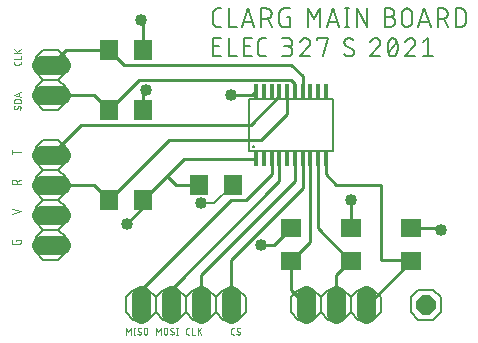
<source format=gtl>
G04 EAGLE Gerber RS-274X export*
G75*
%MOIN*%
%FSLAX36Y36*%
%LPD*%
%INTop Copper Layer*%
%IPPOS*%
%AMOC8*
5,1,8,0,0,1.08239X$1,22.5*%
G01*
%ADD10C,0.005000*%
%ADD11C,0.003000*%
%ADD12C,0.002000*%
%ADD13C,0.006000*%
%ADD14P,0.069273X8X22.500000*%
%ADD15C,0.064000*%
%ADD16R,0.070866X0.062992*%
%ADD17R,0.062992X0.070984*%
%ADD18R,0.011811X0.047236*%
%ADD19R,0.062992X0.070866*%
%ADD20C,0.010000*%
%ADD21C,0.040000*%


D10*
X718111Y1077000D02*
X704555Y1077000D01*
X704227Y1077004D01*
X703900Y1077016D01*
X703573Y1077036D01*
X703247Y1077063D01*
X702921Y1077099D01*
X702596Y1077142D01*
X702273Y1077193D01*
X701951Y1077253D01*
X701630Y1077319D01*
X701311Y1077394D01*
X700994Y1077476D01*
X700679Y1077566D01*
X700366Y1077663D01*
X700056Y1077768D01*
X699748Y1077881D01*
X699443Y1078001D01*
X699142Y1078128D01*
X698843Y1078262D01*
X698548Y1078404D01*
X698256Y1078553D01*
X697967Y1078708D01*
X697683Y1078871D01*
X697403Y1079040D01*
X697127Y1079217D01*
X696855Y1079399D01*
X696588Y1079589D01*
X696325Y1079784D01*
X696067Y1079987D01*
X695814Y1080195D01*
X695566Y1080409D01*
X695324Y1080629D01*
X695087Y1080855D01*
X694855Y1081087D01*
X694629Y1081324D01*
X694409Y1081566D01*
X694195Y1081814D01*
X693987Y1082067D01*
X693784Y1082325D01*
X693589Y1082588D01*
X693399Y1082855D01*
X693217Y1083127D01*
X693040Y1083403D01*
X692871Y1083683D01*
X692708Y1083967D01*
X692553Y1084256D01*
X692404Y1084548D01*
X692262Y1084843D01*
X692128Y1085142D01*
X692001Y1085443D01*
X691881Y1085748D01*
X691768Y1086056D01*
X691663Y1086366D01*
X691566Y1086679D01*
X691476Y1086994D01*
X691394Y1087311D01*
X691319Y1087630D01*
X691253Y1087951D01*
X691193Y1088273D01*
X691142Y1088596D01*
X691099Y1088921D01*
X691063Y1089247D01*
X691036Y1089573D01*
X691016Y1089900D01*
X691004Y1090227D01*
X691000Y1090555D01*
X691000Y1124444D01*
X691004Y1124777D01*
X691016Y1125109D01*
X691037Y1125441D01*
X691065Y1125773D01*
X691102Y1126103D01*
X691147Y1126433D01*
X691200Y1126762D01*
X691260Y1127089D01*
X691329Y1127414D01*
X691406Y1127738D01*
X691491Y1128060D01*
X691584Y1128379D01*
X691684Y1128696D01*
X691792Y1129011D01*
X691908Y1129323D01*
X692032Y1129632D01*
X692163Y1129937D01*
X692302Y1130240D01*
X692447Y1130539D01*
X692601Y1130834D01*
X692761Y1131126D01*
X692929Y1131413D01*
X693103Y1131696D01*
X693285Y1131975D01*
X693473Y1132250D01*
X693668Y1132519D01*
X693869Y1132784D01*
X694077Y1133044D01*
X694291Y1133298D01*
X694512Y1133548D01*
X694738Y1133791D01*
X694970Y1134029D01*
X695209Y1134262D01*
X695452Y1134488D01*
X695702Y1134709D01*
X695956Y1134923D01*
X696216Y1135131D01*
X696481Y1135332D01*
X696750Y1135527D01*
X697025Y1135715D01*
X697304Y1135897D01*
X697587Y1136071D01*
X697874Y1136239D01*
X698166Y1136399D01*
X698461Y1136553D01*
X698760Y1136698D01*
X699062Y1136837D01*
X699368Y1136968D01*
X699677Y1137092D01*
X699989Y1137208D01*
X700304Y1137316D01*
X700621Y1137416D01*
X700940Y1137509D01*
X701262Y1137594D01*
X701586Y1137671D01*
X701911Y1137740D01*
X702238Y1137800D01*
X702567Y1137853D01*
X702896Y1137898D01*
X703227Y1137935D01*
X703559Y1137963D01*
X703891Y1137984D01*
X704223Y1137996D01*
X704556Y1138000D01*
X704555Y1138000D02*
X718111Y1138000D01*
X741978Y1138000D02*
X741978Y1077000D01*
X769089Y1077000D01*
X787254Y1077000D02*
X807588Y1138000D01*
X827921Y1077000D01*
X822838Y1092250D02*
X792338Y1092250D01*
X851458Y1077000D02*
X851458Y1138000D01*
X868402Y1138000D01*
X868815Y1137995D01*
X869227Y1137980D01*
X869639Y1137955D01*
X870050Y1137920D01*
X870460Y1137875D01*
X870869Y1137819D01*
X871277Y1137754D01*
X871683Y1137679D01*
X872086Y1137595D01*
X872488Y1137500D01*
X872887Y1137396D01*
X873284Y1137282D01*
X873678Y1137158D01*
X874068Y1137025D01*
X874455Y1136882D01*
X874839Y1136730D01*
X875219Y1136568D01*
X875594Y1136398D01*
X875966Y1136218D01*
X876333Y1136029D01*
X876695Y1135832D01*
X877053Y1135626D01*
X877405Y1135411D01*
X877752Y1135187D01*
X878093Y1134955D01*
X878429Y1134715D01*
X878758Y1134467D01*
X879082Y1134211D01*
X879399Y1133947D01*
X879710Y1133675D01*
X880014Y1133396D01*
X880311Y1133110D01*
X880601Y1132816D01*
X880884Y1132516D01*
X881159Y1132208D01*
X881427Y1131894D01*
X881687Y1131574D01*
X881939Y1131247D01*
X882183Y1130915D01*
X882419Y1130576D01*
X882647Y1130232D01*
X882866Y1129882D01*
X883077Y1129528D01*
X883279Y1129168D01*
X883472Y1128803D01*
X883656Y1128434D01*
X883831Y1128060D01*
X883997Y1127682D01*
X884154Y1127301D01*
X884301Y1126915D01*
X884439Y1126526D01*
X884568Y1126134D01*
X884687Y1125739D01*
X884796Y1125341D01*
X884896Y1124940D01*
X884985Y1124538D01*
X885065Y1124133D01*
X885135Y1123726D01*
X885195Y1123318D01*
X885245Y1122908D01*
X885285Y1122498D01*
X885316Y1122086D01*
X885336Y1121674D01*
X885346Y1121261D01*
X885346Y1120849D01*
X885336Y1120436D01*
X885316Y1120024D01*
X885285Y1119612D01*
X885245Y1119202D01*
X885195Y1118792D01*
X885135Y1118384D01*
X885065Y1117977D01*
X884985Y1117572D01*
X884896Y1117170D01*
X884796Y1116769D01*
X884687Y1116371D01*
X884568Y1115976D01*
X884439Y1115584D01*
X884301Y1115195D01*
X884154Y1114809D01*
X883997Y1114428D01*
X883831Y1114050D01*
X883656Y1113676D01*
X883472Y1113307D01*
X883279Y1112942D01*
X883077Y1112583D01*
X882866Y1112228D01*
X882647Y1111878D01*
X882419Y1111534D01*
X882183Y1111195D01*
X881939Y1110863D01*
X881687Y1110536D01*
X881427Y1110216D01*
X881159Y1109902D01*
X880884Y1109594D01*
X880601Y1109294D01*
X880311Y1109000D01*
X880014Y1108714D01*
X879710Y1108435D01*
X879399Y1108163D01*
X879082Y1107899D01*
X878758Y1107643D01*
X878429Y1107395D01*
X878093Y1107155D01*
X877752Y1106923D01*
X877405Y1106699D01*
X877053Y1106484D01*
X876695Y1106278D01*
X876333Y1106081D01*
X875966Y1105892D01*
X875594Y1105712D01*
X875219Y1105542D01*
X874839Y1105380D01*
X874455Y1105228D01*
X874068Y1105085D01*
X873678Y1104952D01*
X873284Y1104828D01*
X872887Y1104714D01*
X872488Y1104610D01*
X872086Y1104515D01*
X871683Y1104431D01*
X871277Y1104356D01*
X870869Y1104291D01*
X870460Y1104235D01*
X870050Y1104190D01*
X869639Y1104155D01*
X869227Y1104130D01*
X868815Y1104115D01*
X868402Y1104110D01*
X868402Y1104111D02*
X851458Y1104111D01*
X871791Y1104111D02*
X885346Y1077000D01*
X935321Y1110889D02*
X945487Y1110889D01*
X945487Y1077000D01*
X925154Y1077000D01*
X924826Y1077004D01*
X924499Y1077016D01*
X924172Y1077036D01*
X923846Y1077063D01*
X923520Y1077099D01*
X923195Y1077142D01*
X922872Y1077193D01*
X922550Y1077253D01*
X922229Y1077319D01*
X921910Y1077394D01*
X921593Y1077476D01*
X921278Y1077566D01*
X920965Y1077663D01*
X920655Y1077768D01*
X920347Y1077881D01*
X920042Y1078001D01*
X919741Y1078128D01*
X919442Y1078262D01*
X919147Y1078404D01*
X918855Y1078553D01*
X918566Y1078708D01*
X918282Y1078871D01*
X918002Y1079040D01*
X917726Y1079217D01*
X917454Y1079399D01*
X917187Y1079589D01*
X916924Y1079784D01*
X916666Y1079987D01*
X916413Y1080195D01*
X916165Y1080409D01*
X915923Y1080629D01*
X915686Y1080855D01*
X915454Y1081087D01*
X915228Y1081324D01*
X915008Y1081566D01*
X914794Y1081814D01*
X914586Y1082067D01*
X914383Y1082325D01*
X914188Y1082588D01*
X913998Y1082855D01*
X913816Y1083127D01*
X913639Y1083403D01*
X913470Y1083683D01*
X913307Y1083967D01*
X913152Y1084256D01*
X913003Y1084548D01*
X912861Y1084843D01*
X912727Y1085142D01*
X912600Y1085443D01*
X912480Y1085748D01*
X912367Y1086056D01*
X912262Y1086366D01*
X912165Y1086679D01*
X912075Y1086994D01*
X911993Y1087311D01*
X911918Y1087630D01*
X911852Y1087951D01*
X911792Y1088273D01*
X911741Y1088596D01*
X911698Y1088921D01*
X911662Y1089247D01*
X911635Y1089573D01*
X911615Y1089900D01*
X911603Y1090227D01*
X911599Y1090555D01*
X911598Y1090555D02*
X911598Y1124444D01*
X911602Y1124777D01*
X911614Y1125109D01*
X911635Y1125441D01*
X911663Y1125773D01*
X911700Y1126103D01*
X911745Y1126433D01*
X911798Y1126762D01*
X911858Y1127089D01*
X911927Y1127414D01*
X912004Y1127738D01*
X912089Y1128060D01*
X912182Y1128379D01*
X912282Y1128696D01*
X912390Y1129011D01*
X912506Y1129323D01*
X912630Y1129632D01*
X912761Y1129937D01*
X912900Y1130240D01*
X913045Y1130539D01*
X913199Y1130834D01*
X913359Y1131126D01*
X913527Y1131413D01*
X913701Y1131696D01*
X913883Y1131975D01*
X914071Y1132250D01*
X914266Y1132519D01*
X914467Y1132784D01*
X914675Y1133044D01*
X914889Y1133298D01*
X915110Y1133548D01*
X915336Y1133791D01*
X915568Y1134029D01*
X915807Y1134262D01*
X916050Y1134488D01*
X916300Y1134709D01*
X916554Y1134923D01*
X916814Y1135131D01*
X917079Y1135332D01*
X917348Y1135527D01*
X917623Y1135715D01*
X917902Y1135897D01*
X918185Y1136071D01*
X918472Y1136239D01*
X918764Y1136399D01*
X919059Y1136553D01*
X919358Y1136698D01*
X919660Y1136837D01*
X919966Y1136968D01*
X920275Y1137092D01*
X920587Y1137208D01*
X920902Y1137316D01*
X921219Y1137416D01*
X921538Y1137509D01*
X921860Y1137594D01*
X922184Y1137671D01*
X922509Y1137740D01*
X922836Y1137800D01*
X923165Y1137853D01*
X923494Y1137898D01*
X923825Y1137935D01*
X924157Y1137963D01*
X924489Y1137984D01*
X924821Y1137996D01*
X925154Y1138000D01*
X945487Y1138000D01*
X1005754Y1138000D02*
X1005754Y1077000D01*
X1026087Y1104111D02*
X1005754Y1138000D01*
X1026087Y1104111D02*
X1046421Y1138000D01*
X1046421Y1077000D01*
X1070133Y1077000D02*
X1090467Y1138000D01*
X1110800Y1077000D01*
X1105717Y1092250D02*
X1075217Y1092250D01*
X1137288Y1077000D02*
X1137288Y1138000D01*
X1130510Y1077000D02*
X1144066Y1077000D01*
X1144066Y1138000D02*
X1130510Y1138000D01*
X1169116Y1138000D02*
X1169116Y1077000D01*
X1203005Y1077000D02*
X1169116Y1138000D01*
X1203005Y1138000D02*
X1203005Y1077000D01*
X1263534Y1110889D02*
X1280478Y1110889D01*
X1280478Y1110888D02*
X1280891Y1110883D01*
X1281303Y1110868D01*
X1281715Y1110843D01*
X1282126Y1110808D01*
X1282536Y1110763D01*
X1282945Y1110707D01*
X1283353Y1110642D01*
X1283758Y1110567D01*
X1284162Y1110483D01*
X1284564Y1110388D01*
X1284963Y1110284D01*
X1285360Y1110170D01*
X1285753Y1110046D01*
X1286144Y1109913D01*
X1286531Y1109770D01*
X1286915Y1109618D01*
X1287294Y1109456D01*
X1287670Y1109286D01*
X1288041Y1109106D01*
X1288408Y1108918D01*
X1288771Y1108720D01*
X1289128Y1108514D01*
X1289480Y1108299D01*
X1289827Y1108075D01*
X1290168Y1107843D01*
X1290504Y1107603D01*
X1290834Y1107355D01*
X1291157Y1107099D01*
X1291474Y1106835D01*
X1291785Y1106563D01*
X1292089Y1106284D01*
X1292386Y1105998D01*
X1292676Y1105704D01*
X1292959Y1105404D01*
X1293234Y1105097D01*
X1293502Y1104783D01*
X1293762Y1104462D01*
X1294014Y1104136D01*
X1294258Y1103803D01*
X1294494Y1103465D01*
X1294722Y1103120D01*
X1294941Y1102771D01*
X1295152Y1102416D01*
X1295354Y1102056D01*
X1295547Y1101692D01*
X1295731Y1101322D01*
X1295906Y1100949D01*
X1296072Y1100571D01*
X1296229Y1100189D01*
X1296376Y1099804D01*
X1296514Y1099415D01*
X1296643Y1099023D01*
X1296762Y1098628D01*
X1296871Y1098230D01*
X1296971Y1097829D01*
X1297060Y1097426D01*
X1297140Y1097022D01*
X1297210Y1096615D01*
X1297270Y1096207D01*
X1297320Y1095797D01*
X1297360Y1095387D01*
X1297391Y1094975D01*
X1297411Y1094563D01*
X1297421Y1094150D01*
X1297421Y1093738D01*
X1297411Y1093325D01*
X1297391Y1092913D01*
X1297360Y1092501D01*
X1297320Y1092091D01*
X1297270Y1091681D01*
X1297210Y1091273D01*
X1297140Y1090866D01*
X1297060Y1090462D01*
X1296971Y1090059D01*
X1296871Y1089658D01*
X1296762Y1089260D01*
X1296643Y1088865D01*
X1296514Y1088473D01*
X1296376Y1088084D01*
X1296229Y1087699D01*
X1296072Y1087317D01*
X1295906Y1086939D01*
X1295731Y1086566D01*
X1295547Y1086196D01*
X1295354Y1085832D01*
X1295152Y1085472D01*
X1294941Y1085117D01*
X1294722Y1084768D01*
X1294494Y1084423D01*
X1294258Y1084085D01*
X1294014Y1083752D01*
X1293762Y1083426D01*
X1293502Y1083105D01*
X1293234Y1082791D01*
X1292959Y1082484D01*
X1292676Y1082184D01*
X1292386Y1081890D01*
X1292089Y1081604D01*
X1291785Y1081325D01*
X1291474Y1081053D01*
X1291157Y1080789D01*
X1290834Y1080533D01*
X1290504Y1080285D01*
X1290168Y1080045D01*
X1289827Y1079813D01*
X1289480Y1079589D01*
X1289128Y1079374D01*
X1288771Y1079168D01*
X1288408Y1078970D01*
X1288041Y1078782D01*
X1287670Y1078602D01*
X1287294Y1078432D01*
X1286915Y1078270D01*
X1286531Y1078118D01*
X1286144Y1077975D01*
X1285753Y1077842D01*
X1285360Y1077718D01*
X1284963Y1077604D01*
X1284564Y1077500D01*
X1284162Y1077405D01*
X1283758Y1077321D01*
X1283353Y1077246D01*
X1282945Y1077181D01*
X1282536Y1077125D01*
X1282126Y1077080D01*
X1281715Y1077045D01*
X1281303Y1077020D01*
X1280891Y1077005D01*
X1280478Y1077000D01*
X1263534Y1077000D01*
X1263534Y1138000D01*
X1280478Y1138000D01*
X1280808Y1137996D01*
X1281138Y1137984D01*
X1281468Y1137964D01*
X1281796Y1137936D01*
X1282125Y1137900D01*
X1282452Y1137856D01*
X1282778Y1137803D01*
X1283102Y1137744D01*
X1283425Y1137676D01*
X1283747Y1137600D01*
X1284066Y1137516D01*
X1284383Y1137425D01*
X1284698Y1137326D01*
X1285011Y1137220D01*
X1285321Y1137106D01*
X1285628Y1136984D01*
X1285931Y1136855D01*
X1286232Y1136718D01*
X1286529Y1136575D01*
X1286823Y1136424D01*
X1287113Y1136266D01*
X1287398Y1136100D01*
X1287680Y1135928D01*
X1287958Y1135750D01*
X1288231Y1135564D01*
X1288499Y1135372D01*
X1288763Y1135174D01*
X1289022Y1134969D01*
X1289276Y1134757D01*
X1289524Y1134540D01*
X1289767Y1134317D01*
X1290005Y1134088D01*
X1290237Y1133853D01*
X1290463Y1133612D01*
X1290684Y1133367D01*
X1290898Y1133115D01*
X1291106Y1132859D01*
X1291308Y1132598D01*
X1291503Y1132332D01*
X1291692Y1132061D01*
X1291874Y1131786D01*
X1292049Y1131506D01*
X1292218Y1131222D01*
X1292379Y1130934D01*
X1292534Y1130642D01*
X1292681Y1130347D01*
X1292821Y1130048D01*
X1292954Y1129746D01*
X1293080Y1129440D01*
X1293198Y1129132D01*
X1293308Y1128821D01*
X1293411Y1128507D01*
X1293506Y1128191D01*
X1293593Y1127873D01*
X1293673Y1127552D01*
X1293745Y1127230D01*
X1293809Y1126906D01*
X1293865Y1126581D01*
X1293913Y1126254D01*
X1293953Y1125927D01*
X1293985Y1125598D01*
X1294009Y1125269D01*
X1294025Y1124939D01*
X1294033Y1124609D01*
X1294033Y1124279D01*
X1294025Y1123949D01*
X1294009Y1123619D01*
X1293985Y1123290D01*
X1293953Y1122961D01*
X1293913Y1122634D01*
X1293865Y1122307D01*
X1293809Y1121982D01*
X1293745Y1121658D01*
X1293673Y1121336D01*
X1293593Y1121015D01*
X1293506Y1120697D01*
X1293411Y1120381D01*
X1293308Y1120067D01*
X1293198Y1119756D01*
X1293080Y1119448D01*
X1292954Y1119142D01*
X1292821Y1118840D01*
X1292681Y1118541D01*
X1292534Y1118246D01*
X1292379Y1117954D01*
X1292218Y1117666D01*
X1292049Y1117382D01*
X1291874Y1117102D01*
X1291692Y1116827D01*
X1291503Y1116556D01*
X1291308Y1116290D01*
X1291106Y1116029D01*
X1290898Y1115773D01*
X1290684Y1115521D01*
X1290463Y1115276D01*
X1290237Y1115035D01*
X1290005Y1114800D01*
X1289767Y1114571D01*
X1289524Y1114348D01*
X1289276Y1114131D01*
X1289022Y1113919D01*
X1288763Y1113714D01*
X1288499Y1113516D01*
X1288231Y1113324D01*
X1287958Y1113138D01*
X1287680Y1112960D01*
X1287398Y1112788D01*
X1287113Y1112622D01*
X1286823Y1112464D01*
X1286529Y1112313D01*
X1286232Y1112170D01*
X1285931Y1112033D01*
X1285628Y1111904D01*
X1285321Y1111782D01*
X1285011Y1111668D01*
X1284698Y1111562D01*
X1284383Y1111463D01*
X1284066Y1111372D01*
X1283747Y1111288D01*
X1283425Y1111212D01*
X1283102Y1111144D01*
X1282778Y1111085D01*
X1282452Y1111032D01*
X1282125Y1110988D01*
X1281796Y1110952D01*
X1281468Y1110924D01*
X1281138Y1110904D01*
X1280808Y1110892D01*
X1280478Y1110888D01*
X1319334Y1121055D02*
X1319334Y1093944D01*
X1319335Y1121055D02*
X1319340Y1121468D01*
X1319355Y1121880D01*
X1319380Y1122292D01*
X1319415Y1122703D01*
X1319460Y1123113D01*
X1319516Y1123522D01*
X1319581Y1123930D01*
X1319656Y1124335D01*
X1319740Y1124739D01*
X1319835Y1125141D01*
X1319939Y1125540D01*
X1320053Y1125937D01*
X1320177Y1126330D01*
X1320310Y1126721D01*
X1320453Y1127108D01*
X1320605Y1127492D01*
X1320767Y1127871D01*
X1320937Y1128247D01*
X1321117Y1128618D01*
X1321305Y1128985D01*
X1321503Y1129348D01*
X1321709Y1129705D01*
X1321924Y1130057D01*
X1322148Y1130404D01*
X1322380Y1130745D01*
X1322620Y1131081D01*
X1322868Y1131411D01*
X1323124Y1131734D01*
X1323388Y1132051D01*
X1323660Y1132362D01*
X1323939Y1132666D01*
X1324225Y1132963D01*
X1324519Y1133253D01*
X1324819Y1133536D01*
X1325126Y1133811D01*
X1325440Y1134079D01*
X1325761Y1134339D01*
X1326087Y1134591D01*
X1326420Y1134835D01*
X1326758Y1135071D01*
X1327103Y1135299D01*
X1327452Y1135518D01*
X1327807Y1135729D01*
X1328167Y1135931D01*
X1328531Y1136124D01*
X1328901Y1136308D01*
X1329274Y1136483D01*
X1329652Y1136649D01*
X1330034Y1136806D01*
X1330419Y1136953D01*
X1330808Y1137091D01*
X1331200Y1137220D01*
X1331595Y1137339D01*
X1331993Y1137448D01*
X1332394Y1137548D01*
X1332797Y1137637D01*
X1333201Y1137717D01*
X1333608Y1137787D01*
X1334016Y1137847D01*
X1334426Y1137897D01*
X1334836Y1137937D01*
X1335248Y1137968D01*
X1335660Y1137988D01*
X1336073Y1137998D01*
X1336485Y1137998D01*
X1336898Y1137988D01*
X1337310Y1137968D01*
X1337722Y1137937D01*
X1338132Y1137897D01*
X1338542Y1137847D01*
X1338950Y1137787D01*
X1339357Y1137717D01*
X1339761Y1137637D01*
X1340164Y1137548D01*
X1340565Y1137448D01*
X1340963Y1137339D01*
X1341358Y1137220D01*
X1341750Y1137091D01*
X1342139Y1136953D01*
X1342524Y1136806D01*
X1342906Y1136649D01*
X1343284Y1136483D01*
X1343657Y1136308D01*
X1344027Y1136124D01*
X1344391Y1135931D01*
X1344751Y1135729D01*
X1345106Y1135518D01*
X1345455Y1135299D01*
X1345800Y1135071D01*
X1346138Y1134835D01*
X1346471Y1134591D01*
X1346797Y1134339D01*
X1347118Y1134079D01*
X1347432Y1133811D01*
X1347739Y1133536D01*
X1348039Y1133253D01*
X1348333Y1132963D01*
X1348619Y1132666D01*
X1348898Y1132362D01*
X1349170Y1132051D01*
X1349434Y1131734D01*
X1349690Y1131411D01*
X1349938Y1131081D01*
X1350178Y1130745D01*
X1350410Y1130404D01*
X1350634Y1130057D01*
X1350849Y1129705D01*
X1351055Y1129348D01*
X1351253Y1128985D01*
X1351441Y1128618D01*
X1351621Y1128247D01*
X1351791Y1127871D01*
X1351953Y1127492D01*
X1352105Y1127108D01*
X1352248Y1126721D01*
X1352381Y1126330D01*
X1352505Y1125937D01*
X1352619Y1125540D01*
X1352723Y1125141D01*
X1352818Y1124739D01*
X1352902Y1124335D01*
X1352977Y1123930D01*
X1353042Y1123522D01*
X1353098Y1123113D01*
X1353143Y1122703D01*
X1353178Y1122292D01*
X1353203Y1121880D01*
X1353218Y1121468D01*
X1353223Y1121055D01*
X1353223Y1093944D01*
X1353218Y1093531D01*
X1353203Y1093119D01*
X1353178Y1092707D01*
X1353143Y1092296D01*
X1353098Y1091886D01*
X1353042Y1091477D01*
X1352977Y1091069D01*
X1352902Y1090664D01*
X1352818Y1090260D01*
X1352723Y1089858D01*
X1352619Y1089459D01*
X1352505Y1089062D01*
X1352381Y1088669D01*
X1352248Y1088278D01*
X1352105Y1087891D01*
X1351953Y1087507D01*
X1351791Y1087128D01*
X1351621Y1086752D01*
X1351441Y1086381D01*
X1351253Y1086014D01*
X1351055Y1085651D01*
X1350849Y1085294D01*
X1350634Y1084942D01*
X1350410Y1084595D01*
X1350178Y1084254D01*
X1349938Y1083918D01*
X1349690Y1083588D01*
X1349434Y1083265D01*
X1349170Y1082948D01*
X1348898Y1082637D01*
X1348619Y1082333D01*
X1348333Y1082036D01*
X1348039Y1081746D01*
X1347739Y1081463D01*
X1347432Y1081188D01*
X1347118Y1080920D01*
X1346797Y1080660D01*
X1346471Y1080408D01*
X1346138Y1080164D01*
X1345800Y1079928D01*
X1345455Y1079700D01*
X1345106Y1079481D01*
X1344751Y1079270D01*
X1344391Y1079068D01*
X1344027Y1078875D01*
X1343657Y1078691D01*
X1343284Y1078516D01*
X1342906Y1078350D01*
X1342524Y1078193D01*
X1342139Y1078046D01*
X1341750Y1077908D01*
X1341358Y1077779D01*
X1340963Y1077660D01*
X1340565Y1077551D01*
X1340164Y1077451D01*
X1339761Y1077362D01*
X1339357Y1077282D01*
X1338950Y1077212D01*
X1338542Y1077152D01*
X1338132Y1077102D01*
X1337722Y1077062D01*
X1337310Y1077031D01*
X1336898Y1077011D01*
X1336485Y1077001D01*
X1336073Y1077001D01*
X1335660Y1077011D01*
X1335248Y1077031D01*
X1334836Y1077062D01*
X1334426Y1077102D01*
X1334016Y1077152D01*
X1333608Y1077212D01*
X1333201Y1077282D01*
X1332797Y1077362D01*
X1332394Y1077451D01*
X1331993Y1077551D01*
X1331595Y1077660D01*
X1331200Y1077779D01*
X1330808Y1077908D01*
X1330419Y1078046D01*
X1330034Y1078193D01*
X1329652Y1078350D01*
X1329274Y1078516D01*
X1328901Y1078691D01*
X1328531Y1078875D01*
X1328167Y1079068D01*
X1327807Y1079270D01*
X1327452Y1079481D01*
X1327103Y1079700D01*
X1326758Y1079928D01*
X1326420Y1080164D01*
X1326087Y1080408D01*
X1325761Y1080660D01*
X1325440Y1080920D01*
X1325126Y1081188D01*
X1324819Y1081463D01*
X1324519Y1081746D01*
X1324225Y1082036D01*
X1323939Y1082333D01*
X1323660Y1082637D01*
X1323388Y1082948D01*
X1323124Y1083265D01*
X1322868Y1083588D01*
X1322620Y1083918D01*
X1322380Y1084254D01*
X1322148Y1084595D01*
X1321924Y1084942D01*
X1321709Y1085294D01*
X1321503Y1085651D01*
X1321305Y1086014D01*
X1321117Y1086381D01*
X1320937Y1086752D01*
X1320767Y1087128D01*
X1320605Y1087507D01*
X1320453Y1087891D01*
X1320310Y1088278D01*
X1320177Y1088669D01*
X1320053Y1089062D01*
X1319939Y1089459D01*
X1319835Y1089858D01*
X1319740Y1090260D01*
X1319656Y1090664D01*
X1319581Y1091069D01*
X1319516Y1091477D01*
X1319460Y1091886D01*
X1319415Y1092296D01*
X1319380Y1092707D01*
X1319355Y1093119D01*
X1319340Y1093531D01*
X1319335Y1093944D01*
X1374472Y1077000D02*
X1394805Y1138000D01*
X1415139Y1077000D01*
X1410055Y1092250D02*
X1379555Y1092250D01*
X1438675Y1077000D02*
X1438675Y1138000D01*
X1455620Y1138000D01*
X1456033Y1137995D01*
X1456445Y1137980D01*
X1456857Y1137955D01*
X1457268Y1137920D01*
X1457678Y1137875D01*
X1458087Y1137819D01*
X1458495Y1137754D01*
X1458901Y1137679D01*
X1459304Y1137595D01*
X1459706Y1137500D01*
X1460105Y1137396D01*
X1460502Y1137282D01*
X1460896Y1137158D01*
X1461286Y1137025D01*
X1461673Y1136882D01*
X1462057Y1136730D01*
X1462437Y1136568D01*
X1462812Y1136398D01*
X1463184Y1136218D01*
X1463551Y1136029D01*
X1463913Y1135832D01*
X1464271Y1135626D01*
X1464623Y1135411D01*
X1464970Y1135187D01*
X1465311Y1134955D01*
X1465647Y1134715D01*
X1465976Y1134467D01*
X1466300Y1134211D01*
X1466617Y1133947D01*
X1466928Y1133675D01*
X1467232Y1133396D01*
X1467529Y1133110D01*
X1467819Y1132816D01*
X1468102Y1132516D01*
X1468377Y1132208D01*
X1468645Y1131894D01*
X1468905Y1131574D01*
X1469157Y1131247D01*
X1469401Y1130915D01*
X1469637Y1130576D01*
X1469865Y1130232D01*
X1470084Y1129882D01*
X1470295Y1129528D01*
X1470497Y1129168D01*
X1470690Y1128803D01*
X1470874Y1128434D01*
X1471049Y1128060D01*
X1471215Y1127682D01*
X1471372Y1127301D01*
X1471519Y1126915D01*
X1471657Y1126526D01*
X1471786Y1126134D01*
X1471905Y1125739D01*
X1472014Y1125341D01*
X1472114Y1124940D01*
X1472203Y1124538D01*
X1472283Y1124133D01*
X1472353Y1123726D01*
X1472413Y1123318D01*
X1472463Y1122908D01*
X1472503Y1122498D01*
X1472534Y1122086D01*
X1472554Y1121674D01*
X1472564Y1121261D01*
X1472564Y1120849D01*
X1472554Y1120436D01*
X1472534Y1120024D01*
X1472503Y1119612D01*
X1472463Y1119202D01*
X1472413Y1118792D01*
X1472353Y1118384D01*
X1472283Y1117977D01*
X1472203Y1117572D01*
X1472114Y1117170D01*
X1472014Y1116769D01*
X1471905Y1116371D01*
X1471786Y1115976D01*
X1471657Y1115584D01*
X1471519Y1115195D01*
X1471372Y1114809D01*
X1471215Y1114428D01*
X1471049Y1114050D01*
X1470874Y1113676D01*
X1470690Y1113307D01*
X1470497Y1112942D01*
X1470295Y1112583D01*
X1470084Y1112228D01*
X1469865Y1111878D01*
X1469637Y1111534D01*
X1469401Y1111195D01*
X1469157Y1110863D01*
X1468905Y1110536D01*
X1468645Y1110216D01*
X1468377Y1109902D01*
X1468102Y1109594D01*
X1467819Y1109294D01*
X1467529Y1109000D01*
X1467232Y1108714D01*
X1466928Y1108435D01*
X1466617Y1108163D01*
X1466300Y1107899D01*
X1465976Y1107643D01*
X1465647Y1107395D01*
X1465311Y1107155D01*
X1464970Y1106923D01*
X1464623Y1106699D01*
X1464271Y1106484D01*
X1463913Y1106278D01*
X1463551Y1106081D01*
X1463184Y1105892D01*
X1462812Y1105712D01*
X1462437Y1105542D01*
X1462057Y1105380D01*
X1461673Y1105228D01*
X1461286Y1105085D01*
X1460896Y1104952D01*
X1460502Y1104828D01*
X1460105Y1104714D01*
X1459706Y1104610D01*
X1459304Y1104515D01*
X1458901Y1104431D01*
X1458495Y1104356D01*
X1458087Y1104291D01*
X1457678Y1104235D01*
X1457268Y1104190D01*
X1456857Y1104155D01*
X1456445Y1104130D01*
X1456033Y1104115D01*
X1455620Y1104110D01*
X1455620Y1104111D02*
X1438675Y1104111D01*
X1459009Y1104111D02*
X1472564Y1077000D01*
X1498816Y1077000D02*
X1498816Y1138000D01*
X1515761Y1138000D01*
X1516170Y1137995D01*
X1516580Y1137980D01*
X1516988Y1137955D01*
X1517396Y1137921D01*
X1517803Y1137876D01*
X1518209Y1137822D01*
X1518614Y1137758D01*
X1519017Y1137684D01*
X1519417Y1137601D01*
X1519816Y1137508D01*
X1520213Y1137405D01*
X1520606Y1137292D01*
X1520997Y1137171D01*
X1521385Y1137039D01*
X1521770Y1136899D01*
X1522151Y1136749D01*
X1522528Y1136590D01*
X1522902Y1136422D01*
X1523271Y1136245D01*
X1523636Y1136059D01*
X1523996Y1135864D01*
X1524351Y1135661D01*
X1524702Y1135449D01*
X1525047Y1135229D01*
X1525387Y1135000D01*
X1525721Y1134764D01*
X1526049Y1134519D01*
X1526372Y1134267D01*
X1526688Y1134006D01*
X1526998Y1133739D01*
X1527301Y1133463D01*
X1527597Y1133181D01*
X1527887Y1132891D01*
X1528169Y1132595D01*
X1528445Y1132292D01*
X1528712Y1131982D01*
X1528973Y1131666D01*
X1529225Y1131343D01*
X1529470Y1131015D01*
X1529706Y1130681D01*
X1529935Y1130341D01*
X1530155Y1129996D01*
X1530367Y1129645D01*
X1530570Y1129290D01*
X1530765Y1128930D01*
X1530951Y1128565D01*
X1531128Y1128196D01*
X1531296Y1127822D01*
X1531455Y1127445D01*
X1531605Y1127064D01*
X1531745Y1126679D01*
X1531877Y1126291D01*
X1531998Y1125900D01*
X1532111Y1125507D01*
X1532214Y1125110D01*
X1532307Y1124711D01*
X1532390Y1124311D01*
X1532464Y1123908D01*
X1532528Y1123503D01*
X1532582Y1123097D01*
X1532627Y1122690D01*
X1532661Y1122282D01*
X1532686Y1121874D01*
X1532701Y1121464D01*
X1532706Y1121055D01*
X1532705Y1121055D02*
X1532705Y1093944D01*
X1532700Y1093535D01*
X1532685Y1093125D01*
X1532660Y1092717D01*
X1532626Y1092309D01*
X1532581Y1091902D01*
X1532527Y1091496D01*
X1532463Y1091091D01*
X1532389Y1090689D01*
X1532306Y1090288D01*
X1532213Y1089889D01*
X1532110Y1089493D01*
X1531998Y1089099D01*
X1531876Y1088708D01*
X1531744Y1088320D01*
X1531604Y1087936D01*
X1531454Y1087555D01*
X1531295Y1087177D01*
X1531127Y1086804D01*
X1530950Y1086435D01*
X1530764Y1086070D01*
X1530570Y1085709D01*
X1530366Y1085354D01*
X1530154Y1085004D01*
X1529934Y1084658D01*
X1529706Y1084319D01*
X1529469Y1083985D01*
X1529224Y1083656D01*
X1528972Y1083334D01*
X1528712Y1083018D01*
X1528444Y1082708D01*
X1528169Y1082405D01*
X1527886Y1082108D01*
X1527597Y1081819D01*
X1527300Y1081536D01*
X1526997Y1081261D01*
X1526687Y1080993D01*
X1526371Y1080733D01*
X1526049Y1080481D01*
X1525720Y1080236D01*
X1525386Y1079999D01*
X1525047Y1079771D01*
X1524701Y1079551D01*
X1524351Y1079339D01*
X1523996Y1079135D01*
X1523635Y1078941D01*
X1523270Y1078755D01*
X1522901Y1078578D01*
X1522528Y1078410D01*
X1522150Y1078251D01*
X1521769Y1078101D01*
X1521385Y1077961D01*
X1520997Y1077829D01*
X1520606Y1077707D01*
X1520212Y1077595D01*
X1519816Y1077492D01*
X1519417Y1077399D01*
X1519016Y1077316D01*
X1518614Y1077242D01*
X1518209Y1077178D01*
X1517803Y1077124D01*
X1517396Y1077079D01*
X1516988Y1077045D01*
X1516580Y1077020D01*
X1516170Y1077005D01*
X1515761Y1077000D01*
X1498816Y1077000D01*
X718111Y978000D02*
X691000Y978000D01*
X691000Y1039000D01*
X718111Y1039000D01*
X711333Y1011889D02*
X691000Y1011889D01*
X741723Y1039000D02*
X741723Y978000D01*
X768834Y978000D01*
X792446Y978000D02*
X819557Y978000D01*
X792446Y978000D02*
X792446Y1039000D01*
X819557Y1039000D01*
X812780Y1011889D02*
X792446Y1011889D01*
X854519Y978000D02*
X868075Y978000D01*
X854519Y978000D02*
X854191Y978004D01*
X853864Y978016D01*
X853537Y978036D01*
X853211Y978063D01*
X852885Y978099D01*
X852560Y978142D01*
X852237Y978193D01*
X851915Y978253D01*
X851594Y978319D01*
X851275Y978394D01*
X850958Y978476D01*
X850643Y978566D01*
X850330Y978663D01*
X850020Y978768D01*
X849712Y978881D01*
X849407Y979001D01*
X849106Y979128D01*
X848807Y979262D01*
X848512Y979404D01*
X848220Y979553D01*
X847931Y979708D01*
X847647Y979871D01*
X847367Y980040D01*
X847091Y980217D01*
X846819Y980399D01*
X846552Y980589D01*
X846289Y980784D01*
X846031Y980987D01*
X845778Y981195D01*
X845530Y981409D01*
X845288Y981629D01*
X845051Y981855D01*
X844819Y982087D01*
X844593Y982324D01*
X844373Y982566D01*
X844159Y982814D01*
X843951Y983067D01*
X843748Y983325D01*
X843553Y983588D01*
X843363Y983855D01*
X843181Y984127D01*
X843004Y984403D01*
X842835Y984683D01*
X842672Y984967D01*
X842517Y985256D01*
X842368Y985548D01*
X842226Y985843D01*
X842092Y986142D01*
X841965Y986443D01*
X841845Y986748D01*
X841732Y987056D01*
X841627Y987366D01*
X841530Y987679D01*
X841440Y987994D01*
X841358Y988311D01*
X841283Y988630D01*
X841217Y988951D01*
X841157Y989273D01*
X841106Y989596D01*
X841063Y989921D01*
X841027Y990247D01*
X841000Y990573D01*
X840980Y990900D01*
X840968Y991227D01*
X840964Y991555D01*
X840964Y1025444D01*
X840963Y1025444D02*
X840967Y1025777D01*
X840979Y1026109D01*
X841000Y1026441D01*
X841028Y1026773D01*
X841065Y1027103D01*
X841110Y1027433D01*
X841163Y1027762D01*
X841223Y1028089D01*
X841292Y1028414D01*
X841369Y1028738D01*
X841454Y1029060D01*
X841547Y1029379D01*
X841647Y1029696D01*
X841755Y1030011D01*
X841871Y1030323D01*
X841995Y1030632D01*
X842126Y1030937D01*
X842265Y1031240D01*
X842410Y1031539D01*
X842564Y1031834D01*
X842724Y1032126D01*
X842892Y1032413D01*
X843066Y1032696D01*
X843248Y1032975D01*
X843436Y1033250D01*
X843631Y1033519D01*
X843832Y1033784D01*
X844040Y1034044D01*
X844254Y1034298D01*
X844475Y1034548D01*
X844701Y1034791D01*
X844933Y1035029D01*
X845172Y1035262D01*
X845415Y1035488D01*
X845665Y1035709D01*
X845919Y1035923D01*
X846179Y1036131D01*
X846444Y1036332D01*
X846713Y1036527D01*
X846988Y1036715D01*
X847267Y1036897D01*
X847550Y1037071D01*
X847837Y1037239D01*
X848129Y1037399D01*
X848424Y1037553D01*
X848723Y1037698D01*
X849025Y1037837D01*
X849331Y1037968D01*
X849640Y1038092D01*
X849952Y1038208D01*
X850267Y1038316D01*
X850584Y1038416D01*
X850903Y1038509D01*
X851225Y1038594D01*
X851549Y1038671D01*
X851874Y1038740D01*
X852201Y1038800D01*
X852530Y1038853D01*
X852859Y1038898D01*
X853190Y1038935D01*
X853522Y1038963D01*
X853854Y1038984D01*
X854186Y1038996D01*
X854519Y1039000D01*
X868075Y1039000D01*
X921098Y978000D02*
X938042Y978000D01*
X938455Y978005D01*
X938867Y978020D01*
X939279Y978045D01*
X939690Y978080D01*
X940100Y978125D01*
X940509Y978181D01*
X940917Y978246D01*
X941322Y978321D01*
X941726Y978405D01*
X942128Y978500D01*
X942527Y978604D01*
X942924Y978718D01*
X943317Y978842D01*
X943708Y978975D01*
X944095Y979118D01*
X944479Y979270D01*
X944858Y979432D01*
X945234Y979602D01*
X945605Y979782D01*
X945972Y979970D01*
X946335Y980168D01*
X946692Y980374D01*
X947044Y980589D01*
X947391Y980813D01*
X947732Y981045D01*
X948068Y981285D01*
X948398Y981533D01*
X948721Y981789D01*
X949038Y982053D01*
X949349Y982325D01*
X949653Y982604D01*
X949950Y982890D01*
X950240Y983184D01*
X950523Y983484D01*
X950798Y983791D01*
X951066Y984105D01*
X951326Y984426D01*
X951578Y984752D01*
X951822Y985085D01*
X952058Y985423D01*
X952286Y985768D01*
X952505Y986117D01*
X952716Y986472D01*
X952918Y986832D01*
X953111Y987196D01*
X953295Y987566D01*
X953470Y987939D01*
X953636Y988317D01*
X953793Y988699D01*
X953940Y989084D01*
X954078Y989473D01*
X954207Y989865D01*
X954326Y990260D01*
X954435Y990658D01*
X954535Y991059D01*
X954624Y991462D01*
X954704Y991866D01*
X954774Y992273D01*
X954834Y992681D01*
X954884Y993091D01*
X954924Y993501D01*
X954955Y993913D01*
X954975Y994325D01*
X954985Y994738D01*
X954985Y995150D01*
X954975Y995563D01*
X954955Y995975D01*
X954924Y996387D01*
X954884Y996797D01*
X954834Y997207D01*
X954774Y997615D01*
X954704Y998022D01*
X954624Y998426D01*
X954535Y998829D01*
X954435Y999230D01*
X954326Y999628D01*
X954207Y1000023D01*
X954078Y1000415D01*
X953940Y1000804D01*
X953793Y1001189D01*
X953636Y1001571D01*
X953470Y1001949D01*
X953295Y1002322D01*
X953111Y1002692D01*
X952918Y1003056D01*
X952716Y1003416D01*
X952505Y1003771D01*
X952286Y1004120D01*
X952058Y1004465D01*
X951822Y1004803D01*
X951578Y1005136D01*
X951326Y1005462D01*
X951066Y1005783D01*
X950798Y1006097D01*
X950523Y1006404D01*
X950240Y1006704D01*
X949950Y1006998D01*
X949653Y1007284D01*
X949349Y1007563D01*
X949038Y1007835D01*
X948721Y1008099D01*
X948398Y1008355D01*
X948068Y1008603D01*
X947732Y1008843D01*
X947391Y1009075D01*
X947044Y1009299D01*
X946692Y1009514D01*
X946335Y1009720D01*
X945972Y1009918D01*
X945605Y1010106D01*
X945234Y1010286D01*
X944858Y1010456D01*
X944479Y1010618D01*
X944095Y1010770D01*
X943708Y1010913D01*
X943317Y1011046D01*
X942924Y1011170D01*
X942527Y1011284D01*
X942128Y1011388D01*
X941726Y1011483D01*
X941322Y1011567D01*
X940917Y1011642D01*
X940509Y1011707D01*
X940100Y1011763D01*
X939690Y1011808D01*
X939279Y1011843D01*
X938867Y1011868D01*
X938455Y1011883D01*
X938042Y1011888D01*
X941431Y1039000D02*
X921098Y1039000D01*
X941431Y1039000D02*
X941761Y1038996D01*
X942091Y1038984D01*
X942421Y1038964D01*
X942749Y1038936D01*
X943078Y1038900D01*
X943405Y1038856D01*
X943731Y1038803D01*
X944055Y1038744D01*
X944378Y1038676D01*
X944700Y1038600D01*
X945019Y1038516D01*
X945336Y1038425D01*
X945651Y1038326D01*
X945964Y1038220D01*
X946274Y1038106D01*
X946581Y1037984D01*
X946884Y1037855D01*
X947185Y1037718D01*
X947482Y1037575D01*
X947776Y1037424D01*
X948066Y1037266D01*
X948351Y1037100D01*
X948633Y1036928D01*
X948911Y1036750D01*
X949184Y1036564D01*
X949452Y1036372D01*
X949716Y1036174D01*
X949975Y1035969D01*
X950229Y1035757D01*
X950477Y1035540D01*
X950720Y1035317D01*
X950958Y1035088D01*
X951190Y1034853D01*
X951416Y1034612D01*
X951637Y1034367D01*
X951851Y1034115D01*
X952059Y1033859D01*
X952261Y1033598D01*
X952456Y1033332D01*
X952645Y1033061D01*
X952827Y1032786D01*
X953002Y1032506D01*
X953171Y1032222D01*
X953332Y1031934D01*
X953487Y1031642D01*
X953634Y1031347D01*
X953774Y1031048D01*
X953907Y1030746D01*
X954033Y1030440D01*
X954151Y1030132D01*
X954261Y1029821D01*
X954364Y1029507D01*
X954459Y1029191D01*
X954546Y1028873D01*
X954626Y1028552D01*
X954698Y1028230D01*
X954762Y1027906D01*
X954818Y1027581D01*
X954866Y1027254D01*
X954906Y1026927D01*
X954938Y1026598D01*
X954962Y1026269D01*
X954978Y1025939D01*
X954986Y1025609D01*
X954986Y1025279D01*
X954978Y1024949D01*
X954962Y1024619D01*
X954938Y1024290D01*
X954906Y1023961D01*
X954866Y1023634D01*
X954818Y1023307D01*
X954762Y1022982D01*
X954698Y1022658D01*
X954626Y1022336D01*
X954546Y1022015D01*
X954459Y1021697D01*
X954364Y1021381D01*
X954261Y1021067D01*
X954151Y1020756D01*
X954033Y1020448D01*
X953907Y1020142D01*
X953774Y1019840D01*
X953634Y1019541D01*
X953487Y1019246D01*
X953332Y1018954D01*
X953171Y1018666D01*
X953002Y1018382D01*
X952827Y1018102D01*
X952645Y1017827D01*
X952456Y1017556D01*
X952261Y1017290D01*
X952059Y1017029D01*
X951851Y1016773D01*
X951637Y1016521D01*
X951416Y1016276D01*
X951190Y1016035D01*
X950958Y1015800D01*
X950720Y1015571D01*
X950477Y1015348D01*
X950229Y1015131D01*
X949975Y1014919D01*
X949716Y1014714D01*
X949452Y1014516D01*
X949184Y1014324D01*
X948911Y1014138D01*
X948633Y1013960D01*
X948351Y1013788D01*
X948066Y1013622D01*
X947776Y1013464D01*
X947482Y1013313D01*
X947185Y1013170D01*
X946884Y1013033D01*
X946581Y1012904D01*
X946274Y1012782D01*
X945964Y1012668D01*
X945651Y1012562D01*
X945336Y1012463D01*
X945019Y1012372D01*
X944700Y1012288D01*
X944378Y1012212D01*
X944055Y1012144D01*
X943731Y1012085D01*
X943405Y1012032D01*
X943078Y1011988D01*
X942749Y1011952D01*
X942421Y1011924D01*
X942091Y1011904D01*
X941761Y1011892D01*
X941431Y1011888D01*
X941431Y1011889D02*
X927875Y1011889D01*
X998263Y1039000D02*
X998631Y1038996D01*
X999000Y1038982D01*
X999368Y1038960D01*
X999735Y1038929D01*
X1000101Y1038889D01*
X1000466Y1038840D01*
X1000830Y1038782D01*
X1001193Y1038716D01*
X1001554Y1038641D01*
X1001913Y1038557D01*
X1002269Y1038464D01*
X1002624Y1038363D01*
X1002976Y1038254D01*
X1003325Y1038136D01*
X1003671Y1038009D01*
X1004014Y1037874D01*
X1004353Y1037731D01*
X1004689Y1037580D01*
X1005022Y1037421D01*
X1005350Y1037253D01*
X1005674Y1037078D01*
X1005994Y1036895D01*
X1006310Y1036704D01*
X1006620Y1036506D01*
X1006926Y1036301D01*
X1007227Y1036088D01*
X1007522Y1035867D01*
X1007812Y1035640D01*
X1008097Y1035406D01*
X1008376Y1035165D01*
X1008648Y1034917D01*
X1008915Y1034663D01*
X1009176Y1034402D01*
X1009430Y1034135D01*
X1009678Y1033863D01*
X1009919Y1033584D01*
X1010153Y1033299D01*
X1010380Y1033009D01*
X1010601Y1032714D01*
X1010814Y1032413D01*
X1011019Y1032107D01*
X1011217Y1031797D01*
X1011408Y1031481D01*
X1011591Y1031161D01*
X1011766Y1030837D01*
X1011934Y1030509D01*
X1012093Y1030176D01*
X1012244Y1029840D01*
X1012387Y1029501D01*
X1012522Y1029158D01*
X1012649Y1028812D01*
X1012767Y1028463D01*
X1012876Y1028111D01*
X1012977Y1027756D01*
X1013070Y1027400D01*
X1013154Y1027041D01*
X1013229Y1026680D01*
X1013295Y1026317D01*
X1013353Y1025953D01*
X1013402Y1025588D01*
X1013442Y1025222D01*
X1013473Y1024855D01*
X1013495Y1024487D01*
X1013509Y1024118D01*
X1013513Y1023750D01*
X998263Y1039000D02*
X997789Y1038994D01*
X997316Y1038977D01*
X996843Y1038948D01*
X996371Y1038908D01*
X995900Y1038857D01*
X995430Y1038794D01*
X994962Y1038720D01*
X994496Y1038634D01*
X994032Y1038538D01*
X993571Y1038430D01*
X993112Y1038311D01*
X992657Y1038181D01*
X992204Y1038040D01*
X991755Y1037888D01*
X991310Y1037725D01*
X990870Y1037551D01*
X990433Y1037367D01*
X990001Y1037173D01*
X989574Y1036968D01*
X989152Y1036752D01*
X988735Y1036527D01*
X988324Y1036292D01*
X987918Y1036046D01*
X987519Y1035791D01*
X987126Y1035527D01*
X986739Y1035253D01*
X986360Y1034969D01*
X985987Y1034677D01*
X985621Y1034376D01*
X985263Y1034066D01*
X984912Y1033747D01*
X984569Y1033420D01*
X984235Y1033085D01*
X983908Y1032741D01*
X983590Y1032390D01*
X983280Y1032032D01*
X982979Y1031666D01*
X982687Y1031293D01*
X982404Y1030912D01*
X982131Y1030526D01*
X981867Y1030132D01*
X981612Y1029733D01*
X981367Y1029327D01*
X981132Y1028915D01*
X980908Y1028498D01*
X980693Y1028076D01*
X980488Y1027649D01*
X980294Y1027216D01*
X980111Y1026779D01*
X979938Y1026338D01*
X979775Y1025893D01*
X979624Y1025444D01*
X1008430Y1011889D02*
X1008717Y1012170D01*
X1008998Y1012457D01*
X1009272Y1012752D01*
X1009538Y1013053D01*
X1009796Y1013361D01*
X1010048Y1013674D01*
X1010291Y1013994D01*
X1010526Y1014320D01*
X1010754Y1014651D01*
X1010973Y1014988D01*
X1011184Y1015331D01*
X1011386Y1015678D01*
X1011580Y1016030D01*
X1011765Y1016387D01*
X1011941Y1016748D01*
X1012108Y1017113D01*
X1012267Y1017483D01*
X1012416Y1017856D01*
X1012556Y1018233D01*
X1012687Y1018613D01*
X1012808Y1018996D01*
X1012920Y1019382D01*
X1013022Y1019771D01*
X1013115Y1020162D01*
X1013198Y1020555D01*
X1013272Y1020950D01*
X1013336Y1021347D01*
X1013390Y1021745D01*
X1013434Y1022145D01*
X1013469Y1022545D01*
X1013493Y1022946D01*
X1013508Y1023348D01*
X1013513Y1023750D01*
X1008430Y1011889D02*
X979624Y978000D01*
X1013513Y978000D01*
X1038151Y1032222D02*
X1038151Y1039000D01*
X1072040Y1039000D01*
X1055095Y978000D01*
X1146274Y977999D02*
X1146607Y978003D01*
X1146939Y978015D01*
X1147271Y978036D01*
X1147603Y978064D01*
X1147934Y978101D01*
X1148263Y978146D01*
X1148592Y978199D01*
X1148919Y978259D01*
X1149244Y978328D01*
X1149568Y978405D01*
X1149890Y978490D01*
X1150209Y978583D01*
X1150526Y978683D01*
X1150841Y978791D01*
X1151153Y978907D01*
X1151462Y979031D01*
X1151768Y979162D01*
X1152070Y979301D01*
X1152369Y979446D01*
X1152664Y979600D01*
X1152956Y979760D01*
X1153243Y979928D01*
X1153526Y980102D01*
X1153805Y980284D01*
X1154080Y980472D01*
X1154349Y980667D01*
X1154614Y980868D01*
X1154874Y981076D01*
X1155128Y981290D01*
X1155378Y981511D01*
X1155621Y981737D01*
X1155860Y981970D01*
X1156092Y982208D01*
X1156318Y982451D01*
X1156539Y982701D01*
X1156753Y982955D01*
X1156961Y983215D01*
X1157162Y983480D01*
X1157357Y983749D01*
X1157545Y984024D01*
X1157727Y984303D01*
X1157901Y984586D01*
X1158069Y984873D01*
X1158229Y985165D01*
X1158383Y985460D01*
X1158528Y985759D01*
X1158667Y986062D01*
X1158798Y986367D01*
X1158922Y986676D01*
X1159038Y986988D01*
X1159146Y987303D01*
X1159246Y987620D01*
X1159339Y987939D01*
X1159424Y988261D01*
X1159501Y988585D01*
X1159570Y988910D01*
X1159630Y989237D01*
X1159683Y989566D01*
X1159728Y989896D01*
X1159765Y990226D01*
X1159793Y990558D01*
X1159814Y990890D01*
X1159826Y991222D01*
X1159830Y991555D01*
X1146274Y978000D02*
X1145589Y978008D01*
X1144904Y978033D01*
X1144220Y978074D01*
X1143538Y978131D01*
X1142857Y978205D01*
X1142177Y978295D01*
X1141500Y978401D01*
X1140826Y978523D01*
X1140155Y978661D01*
X1139488Y978816D01*
X1138824Y978986D01*
X1138165Y979172D01*
X1137510Y979374D01*
X1136860Y979592D01*
X1136216Y979825D01*
X1135577Y980073D01*
X1134945Y980336D01*
X1134319Y980615D01*
X1133700Y980908D01*
X1133088Y981217D01*
X1132483Y981539D01*
X1131887Y981877D01*
X1131299Y982228D01*
X1130719Y982593D01*
X1130148Y982972D01*
X1129587Y983365D01*
X1129035Y983771D01*
X1128493Y984190D01*
X1127961Y984621D01*
X1127439Y985066D01*
X1126928Y985523D01*
X1126429Y985992D01*
X1125941Y986472D01*
X1127635Y1025444D02*
X1127639Y1025772D01*
X1127651Y1026099D01*
X1127671Y1026426D01*
X1127698Y1026752D01*
X1127734Y1027078D01*
X1127777Y1027403D01*
X1127828Y1027726D01*
X1127888Y1028048D01*
X1127954Y1028369D01*
X1128029Y1028688D01*
X1128111Y1029005D01*
X1128201Y1029320D01*
X1128298Y1029633D01*
X1128403Y1029943D01*
X1128516Y1030251D01*
X1128636Y1030556D01*
X1128763Y1030858D01*
X1128897Y1031157D01*
X1129039Y1031452D01*
X1129188Y1031744D01*
X1129343Y1032032D01*
X1129506Y1032316D01*
X1129676Y1032597D01*
X1129852Y1032873D01*
X1130035Y1033145D01*
X1130224Y1033412D01*
X1130420Y1033675D01*
X1130622Y1033933D01*
X1130830Y1034185D01*
X1131044Y1034433D01*
X1131264Y1034676D01*
X1131490Y1034913D01*
X1131722Y1035145D01*
X1131959Y1035371D01*
X1132202Y1035591D01*
X1132450Y1035805D01*
X1132702Y1036013D01*
X1132960Y1036215D01*
X1133223Y1036411D01*
X1133490Y1036600D01*
X1133762Y1036783D01*
X1134038Y1036959D01*
X1134319Y1037129D01*
X1134603Y1037292D01*
X1134891Y1037447D01*
X1135183Y1037596D01*
X1135478Y1037738D01*
X1135777Y1037872D01*
X1136079Y1037999D01*
X1136384Y1038119D01*
X1136692Y1038232D01*
X1137002Y1038337D01*
X1137315Y1038434D01*
X1137630Y1038524D01*
X1137947Y1038606D01*
X1138266Y1038681D01*
X1138587Y1038747D01*
X1138909Y1038807D01*
X1139232Y1038858D01*
X1139557Y1038901D01*
X1139883Y1038937D01*
X1140209Y1038964D01*
X1140536Y1038984D01*
X1140863Y1038996D01*
X1141191Y1039000D01*
X1141797Y1038993D01*
X1142402Y1038971D01*
X1143007Y1038935D01*
X1143610Y1038885D01*
X1144213Y1038820D01*
X1144813Y1038741D01*
X1145412Y1038647D01*
X1146008Y1038539D01*
X1146601Y1038418D01*
X1147191Y1038282D01*
X1147778Y1038132D01*
X1148361Y1037968D01*
X1148940Y1037790D01*
X1149515Y1037598D01*
X1150085Y1037393D01*
X1150650Y1037174D01*
X1151209Y1036942D01*
X1151763Y1036697D01*
X1152311Y1036438D01*
X1152853Y1036167D01*
X1153387Y1035882D01*
X1153915Y1035585D01*
X1154436Y1035276D01*
X1154949Y1034954D01*
X1155455Y1034620D01*
X1155952Y1034274D01*
X1156441Y1033917D01*
X1134414Y1013583D02*
X1134129Y1013755D01*
X1133849Y1013934D01*
X1133573Y1014120D01*
X1133302Y1014313D01*
X1133036Y1014511D01*
X1132774Y1014717D01*
X1132518Y1014928D01*
X1132267Y1015146D01*
X1132021Y1015369D01*
X1131780Y1015599D01*
X1131545Y1015834D01*
X1131316Y1016075D01*
X1131093Y1016321D01*
X1130876Y1016573D01*
X1130664Y1016829D01*
X1130460Y1017091D01*
X1130261Y1017358D01*
X1130069Y1017629D01*
X1129884Y1017905D01*
X1129705Y1018185D01*
X1129533Y1018470D01*
X1129368Y1018758D01*
X1129210Y1019051D01*
X1129060Y1019347D01*
X1128916Y1019647D01*
X1128780Y1019950D01*
X1128651Y1020257D01*
X1128529Y1020566D01*
X1128415Y1020878D01*
X1128309Y1021193D01*
X1128210Y1021511D01*
X1128119Y1021830D01*
X1128035Y1022152D01*
X1127960Y1022476D01*
X1127892Y1022801D01*
X1127832Y1023128D01*
X1127780Y1023456D01*
X1127736Y1023786D01*
X1127700Y1024116D01*
X1127672Y1024448D01*
X1127652Y1024779D01*
X1127640Y1025112D01*
X1127636Y1025444D01*
X1153051Y1003416D02*
X1153336Y1003244D01*
X1153616Y1003065D01*
X1153892Y1002879D01*
X1154163Y1002686D01*
X1154429Y1002488D01*
X1154691Y1002282D01*
X1154947Y1002071D01*
X1155198Y1001853D01*
X1155444Y1001630D01*
X1155685Y1001400D01*
X1155920Y1001165D01*
X1156149Y1000924D01*
X1156372Y1000678D01*
X1156589Y1000426D01*
X1156801Y1000170D01*
X1157005Y999908D01*
X1157204Y999641D01*
X1157396Y999370D01*
X1157581Y999094D01*
X1157760Y998814D01*
X1157932Y998529D01*
X1158097Y998241D01*
X1158255Y997948D01*
X1158405Y997652D01*
X1158549Y997352D01*
X1158685Y997049D01*
X1158814Y996742D01*
X1158936Y996433D01*
X1159050Y996121D01*
X1159156Y995806D01*
X1159255Y995488D01*
X1159346Y995169D01*
X1159430Y994847D01*
X1159505Y994523D01*
X1159573Y994198D01*
X1159633Y993871D01*
X1159685Y993543D01*
X1159729Y993213D01*
X1159765Y992883D01*
X1159793Y992551D01*
X1159813Y992220D01*
X1159825Y991887D01*
X1159829Y991555D01*
X1153052Y1003417D02*
X1134413Y1013583D01*
X1232370Y1039000D02*
X1232738Y1038996D01*
X1233107Y1038982D01*
X1233475Y1038960D01*
X1233842Y1038929D01*
X1234208Y1038889D01*
X1234573Y1038840D01*
X1234937Y1038782D01*
X1235300Y1038716D01*
X1235661Y1038641D01*
X1236020Y1038557D01*
X1236376Y1038464D01*
X1236731Y1038363D01*
X1237083Y1038254D01*
X1237432Y1038136D01*
X1237778Y1038009D01*
X1238121Y1037874D01*
X1238460Y1037731D01*
X1238796Y1037580D01*
X1239129Y1037421D01*
X1239457Y1037253D01*
X1239781Y1037078D01*
X1240101Y1036895D01*
X1240417Y1036704D01*
X1240727Y1036506D01*
X1241033Y1036301D01*
X1241334Y1036088D01*
X1241629Y1035867D01*
X1241919Y1035640D01*
X1242204Y1035406D01*
X1242483Y1035165D01*
X1242755Y1034917D01*
X1243022Y1034663D01*
X1243283Y1034402D01*
X1243537Y1034135D01*
X1243785Y1033863D01*
X1244026Y1033584D01*
X1244260Y1033299D01*
X1244487Y1033009D01*
X1244708Y1032714D01*
X1244921Y1032413D01*
X1245126Y1032107D01*
X1245324Y1031797D01*
X1245515Y1031481D01*
X1245698Y1031161D01*
X1245873Y1030837D01*
X1246041Y1030509D01*
X1246200Y1030176D01*
X1246351Y1029840D01*
X1246494Y1029501D01*
X1246629Y1029158D01*
X1246756Y1028812D01*
X1246874Y1028463D01*
X1246983Y1028111D01*
X1247084Y1027756D01*
X1247177Y1027400D01*
X1247261Y1027041D01*
X1247336Y1026680D01*
X1247402Y1026317D01*
X1247460Y1025953D01*
X1247509Y1025588D01*
X1247549Y1025222D01*
X1247580Y1024855D01*
X1247602Y1024487D01*
X1247616Y1024118D01*
X1247620Y1023750D01*
X1232370Y1039000D02*
X1231896Y1038994D01*
X1231423Y1038977D01*
X1230950Y1038948D01*
X1230478Y1038908D01*
X1230007Y1038857D01*
X1229537Y1038794D01*
X1229069Y1038720D01*
X1228603Y1038634D01*
X1228139Y1038538D01*
X1227678Y1038430D01*
X1227219Y1038311D01*
X1226764Y1038181D01*
X1226311Y1038040D01*
X1225862Y1037888D01*
X1225417Y1037725D01*
X1224977Y1037551D01*
X1224540Y1037367D01*
X1224108Y1037173D01*
X1223681Y1036968D01*
X1223259Y1036752D01*
X1222842Y1036527D01*
X1222431Y1036292D01*
X1222025Y1036046D01*
X1221626Y1035791D01*
X1221233Y1035527D01*
X1220846Y1035253D01*
X1220467Y1034969D01*
X1220094Y1034677D01*
X1219728Y1034376D01*
X1219370Y1034066D01*
X1219019Y1033747D01*
X1218676Y1033420D01*
X1218342Y1033085D01*
X1218015Y1032741D01*
X1217697Y1032390D01*
X1217387Y1032032D01*
X1217086Y1031666D01*
X1216794Y1031293D01*
X1216511Y1030912D01*
X1216238Y1030526D01*
X1215974Y1030132D01*
X1215719Y1029733D01*
X1215474Y1029327D01*
X1215239Y1028915D01*
X1215015Y1028498D01*
X1214800Y1028076D01*
X1214595Y1027649D01*
X1214401Y1027216D01*
X1214218Y1026779D01*
X1214045Y1026338D01*
X1213882Y1025893D01*
X1213731Y1025444D01*
X1242537Y1011889D02*
X1242824Y1012170D01*
X1243105Y1012457D01*
X1243379Y1012752D01*
X1243645Y1013053D01*
X1243903Y1013361D01*
X1244155Y1013674D01*
X1244398Y1013994D01*
X1244633Y1014320D01*
X1244861Y1014651D01*
X1245080Y1014988D01*
X1245291Y1015331D01*
X1245493Y1015678D01*
X1245687Y1016030D01*
X1245872Y1016387D01*
X1246048Y1016748D01*
X1246215Y1017113D01*
X1246374Y1017483D01*
X1246523Y1017856D01*
X1246663Y1018233D01*
X1246794Y1018613D01*
X1246915Y1018996D01*
X1247027Y1019382D01*
X1247129Y1019771D01*
X1247222Y1020162D01*
X1247305Y1020555D01*
X1247379Y1020950D01*
X1247443Y1021347D01*
X1247497Y1021745D01*
X1247541Y1022145D01*
X1247576Y1022545D01*
X1247600Y1022946D01*
X1247615Y1023348D01*
X1247620Y1023750D01*
X1242536Y1011889D02*
X1213731Y978000D01*
X1247620Y978000D01*
X1272258Y1008500D02*
X1272272Y1009700D01*
X1272315Y1010899D01*
X1272387Y1012097D01*
X1272487Y1013293D01*
X1272616Y1014486D01*
X1272773Y1015676D01*
X1272958Y1016862D01*
X1273172Y1018042D01*
X1273414Y1019218D01*
X1273684Y1020387D01*
X1273981Y1021550D01*
X1274307Y1022705D01*
X1274660Y1023852D01*
X1275040Y1024990D01*
X1275447Y1026119D01*
X1275881Y1027238D01*
X1276341Y1028346D01*
X1276828Y1029443D01*
X1277341Y1030528D01*
X1277443Y1030815D01*
X1277553Y1031100D01*
X1277669Y1031382D01*
X1277792Y1031661D01*
X1277922Y1031937D01*
X1278058Y1032209D01*
X1278201Y1032479D01*
X1278351Y1032744D01*
X1278507Y1033007D01*
X1278669Y1033265D01*
X1278838Y1033519D01*
X1279013Y1033769D01*
X1279193Y1034014D01*
X1279380Y1034256D01*
X1279573Y1034492D01*
X1279771Y1034724D01*
X1279975Y1034951D01*
X1280184Y1035173D01*
X1280398Y1035390D01*
X1280618Y1035601D01*
X1280843Y1035807D01*
X1281073Y1036008D01*
X1281307Y1036203D01*
X1281547Y1036392D01*
X1281790Y1036575D01*
X1282038Y1036752D01*
X1282291Y1036923D01*
X1282547Y1037088D01*
X1282808Y1037247D01*
X1283072Y1037399D01*
X1283340Y1037545D01*
X1283611Y1037685D01*
X1283886Y1037817D01*
X1284164Y1037943D01*
X1284444Y1038062D01*
X1284728Y1038175D01*
X1285014Y1038280D01*
X1285303Y1038378D01*
X1285594Y1038470D01*
X1285887Y1038554D01*
X1286182Y1038631D01*
X1286479Y1038701D01*
X1286777Y1038763D01*
X1287077Y1038819D01*
X1287379Y1038867D01*
X1287681Y1038907D01*
X1287984Y1038941D01*
X1288288Y1038967D01*
X1288592Y1038985D01*
X1288897Y1038996D01*
X1289202Y1039000D01*
X1289507Y1038996D01*
X1289812Y1038985D01*
X1290116Y1038967D01*
X1290420Y1038941D01*
X1290723Y1038907D01*
X1291025Y1038867D01*
X1291327Y1038819D01*
X1291627Y1038763D01*
X1291925Y1038701D01*
X1292222Y1038631D01*
X1292517Y1038554D01*
X1292810Y1038470D01*
X1293101Y1038378D01*
X1293390Y1038280D01*
X1293676Y1038175D01*
X1293960Y1038062D01*
X1294240Y1037943D01*
X1294518Y1037817D01*
X1294793Y1037685D01*
X1295064Y1037545D01*
X1295332Y1037399D01*
X1295596Y1037247D01*
X1295857Y1037088D01*
X1296113Y1036923D01*
X1296366Y1036752D01*
X1296614Y1036575D01*
X1296858Y1036392D01*
X1297097Y1036203D01*
X1297331Y1036008D01*
X1297561Y1035807D01*
X1297786Y1035601D01*
X1298006Y1035390D01*
X1298220Y1035173D01*
X1298430Y1034951D01*
X1298633Y1034724D01*
X1298832Y1034492D01*
X1299024Y1034256D01*
X1299211Y1034014D01*
X1299391Y1033769D01*
X1299566Y1033519D01*
X1299735Y1033265D01*
X1299897Y1033006D01*
X1300053Y1032744D01*
X1300203Y1032479D01*
X1300346Y1032209D01*
X1300482Y1031936D01*
X1300612Y1031660D01*
X1300735Y1031381D01*
X1300852Y1031099D01*
X1300961Y1030815D01*
X1301063Y1030528D01*
X1301576Y1029443D01*
X1302063Y1028346D01*
X1302523Y1027238D01*
X1302957Y1026119D01*
X1303364Y1024990D01*
X1303744Y1023852D01*
X1304097Y1022705D01*
X1304423Y1021550D01*
X1304720Y1020387D01*
X1304990Y1019218D01*
X1305232Y1018042D01*
X1305446Y1016861D01*
X1305631Y1015676D01*
X1305788Y1014486D01*
X1305917Y1013293D01*
X1306017Y1012097D01*
X1306089Y1010899D01*
X1306132Y1009700D01*
X1306146Y1008500D01*
X1272257Y1008500D02*
X1272271Y1007300D01*
X1272314Y1006101D01*
X1272386Y1004903D01*
X1272486Y1003707D01*
X1272615Y1002514D01*
X1272772Y1001324D01*
X1272957Y1000138D01*
X1273171Y998958D01*
X1273413Y997782D01*
X1273683Y996613D01*
X1273980Y995450D01*
X1274306Y994295D01*
X1274659Y993148D01*
X1275039Y992010D01*
X1275446Y990881D01*
X1275880Y989762D01*
X1276340Y988654D01*
X1276827Y987557D01*
X1277340Y986472D01*
X1277341Y986472D02*
X1277443Y986185D01*
X1277553Y985900D01*
X1277669Y985618D01*
X1277792Y985339D01*
X1277922Y985063D01*
X1278058Y984791D01*
X1278201Y984521D01*
X1278351Y984255D01*
X1278507Y983993D01*
X1278669Y983735D01*
X1278838Y983481D01*
X1279013Y983231D01*
X1279193Y982985D01*
X1279380Y982744D01*
X1279573Y982508D01*
X1279771Y982276D01*
X1279975Y982049D01*
X1280184Y981827D01*
X1280398Y981610D01*
X1280618Y981399D01*
X1280843Y981193D01*
X1281073Y980992D01*
X1281307Y980797D01*
X1281547Y980608D01*
X1281790Y980425D01*
X1282039Y980248D01*
X1282291Y980077D01*
X1282547Y979912D01*
X1282808Y979753D01*
X1283072Y979600D01*
X1283340Y979455D01*
X1283611Y979315D01*
X1283886Y979183D01*
X1284164Y979057D01*
X1284444Y978938D01*
X1284728Y978825D01*
X1285014Y978720D01*
X1285303Y978622D01*
X1285594Y978530D01*
X1285887Y978446D01*
X1286182Y978369D01*
X1286479Y978299D01*
X1286777Y978237D01*
X1287077Y978181D01*
X1287379Y978133D01*
X1287681Y978093D01*
X1287984Y978059D01*
X1288288Y978033D01*
X1288592Y978015D01*
X1288897Y978004D01*
X1289202Y978000D01*
X1301063Y986472D02*
X1301576Y987557D01*
X1302063Y988654D01*
X1302523Y989762D01*
X1302957Y990881D01*
X1303364Y992010D01*
X1303744Y993148D01*
X1304097Y994295D01*
X1304423Y995450D01*
X1304720Y996613D01*
X1304990Y997782D01*
X1305232Y998958D01*
X1305446Y1000138D01*
X1305631Y1001324D01*
X1305788Y1002514D01*
X1305917Y1003707D01*
X1306017Y1004903D01*
X1306089Y1006101D01*
X1306132Y1007300D01*
X1306146Y1008500D01*
X1301063Y986472D02*
X1300961Y986185D01*
X1300851Y985900D01*
X1300735Y985618D01*
X1300612Y985339D01*
X1300482Y985063D01*
X1300346Y984791D01*
X1300203Y984521D01*
X1300053Y984256D01*
X1299897Y983994D01*
X1299735Y983735D01*
X1299566Y983481D01*
X1299391Y983231D01*
X1299211Y982986D01*
X1299024Y982744D01*
X1298831Y982508D01*
X1298633Y982276D01*
X1298430Y982049D01*
X1298220Y981827D01*
X1298006Y981610D01*
X1297786Y981399D01*
X1297561Y981193D01*
X1297331Y980992D01*
X1297097Y980797D01*
X1296858Y980608D01*
X1296614Y980425D01*
X1296366Y980248D01*
X1296113Y980077D01*
X1295857Y979912D01*
X1295596Y979753D01*
X1295332Y979601D01*
X1295064Y979455D01*
X1294793Y979315D01*
X1294518Y979183D01*
X1294240Y979057D01*
X1293960Y978938D01*
X1293676Y978825D01*
X1293390Y978720D01*
X1293101Y978622D01*
X1292810Y978530D01*
X1292517Y978446D01*
X1292222Y978369D01*
X1291925Y978299D01*
X1291627Y978237D01*
X1291327Y978181D01*
X1291025Y978133D01*
X1290723Y978093D01*
X1290420Y978059D01*
X1290116Y978033D01*
X1289812Y978015D01*
X1289507Y978004D01*
X1289202Y978000D01*
X1275646Y991555D02*
X1302758Y1025444D01*
X1349423Y1039000D02*
X1349791Y1038996D01*
X1350160Y1038982D01*
X1350528Y1038960D01*
X1350895Y1038929D01*
X1351261Y1038889D01*
X1351626Y1038840D01*
X1351990Y1038782D01*
X1352353Y1038716D01*
X1352714Y1038641D01*
X1353073Y1038557D01*
X1353429Y1038464D01*
X1353784Y1038363D01*
X1354136Y1038254D01*
X1354485Y1038136D01*
X1354831Y1038009D01*
X1355174Y1037874D01*
X1355513Y1037731D01*
X1355849Y1037580D01*
X1356182Y1037421D01*
X1356510Y1037253D01*
X1356834Y1037078D01*
X1357154Y1036895D01*
X1357470Y1036704D01*
X1357780Y1036506D01*
X1358086Y1036301D01*
X1358387Y1036088D01*
X1358682Y1035867D01*
X1358972Y1035640D01*
X1359257Y1035406D01*
X1359536Y1035165D01*
X1359808Y1034917D01*
X1360075Y1034663D01*
X1360336Y1034402D01*
X1360590Y1034135D01*
X1360838Y1033863D01*
X1361079Y1033584D01*
X1361313Y1033299D01*
X1361540Y1033009D01*
X1361761Y1032714D01*
X1361974Y1032413D01*
X1362179Y1032107D01*
X1362377Y1031797D01*
X1362568Y1031481D01*
X1362751Y1031161D01*
X1362926Y1030837D01*
X1363094Y1030509D01*
X1363253Y1030176D01*
X1363404Y1029840D01*
X1363547Y1029501D01*
X1363682Y1029158D01*
X1363809Y1028812D01*
X1363927Y1028463D01*
X1364036Y1028111D01*
X1364137Y1027756D01*
X1364230Y1027400D01*
X1364314Y1027041D01*
X1364389Y1026680D01*
X1364455Y1026317D01*
X1364513Y1025953D01*
X1364562Y1025588D01*
X1364602Y1025222D01*
X1364633Y1024855D01*
X1364655Y1024487D01*
X1364669Y1024118D01*
X1364673Y1023750D01*
X1349423Y1039000D02*
X1348949Y1038994D01*
X1348476Y1038977D01*
X1348003Y1038948D01*
X1347531Y1038908D01*
X1347060Y1038857D01*
X1346590Y1038794D01*
X1346122Y1038720D01*
X1345656Y1038634D01*
X1345192Y1038538D01*
X1344731Y1038430D01*
X1344272Y1038311D01*
X1343817Y1038181D01*
X1343364Y1038040D01*
X1342915Y1037888D01*
X1342470Y1037725D01*
X1342030Y1037551D01*
X1341593Y1037367D01*
X1341161Y1037173D01*
X1340734Y1036968D01*
X1340312Y1036752D01*
X1339895Y1036527D01*
X1339484Y1036292D01*
X1339078Y1036046D01*
X1338679Y1035791D01*
X1338286Y1035527D01*
X1337899Y1035253D01*
X1337520Y1034969D01*
X1337147Y1034677D01*
X1336781Y1034376D01*
X1336423Y1034066D01*
X1336072Y1033747D01*
X1335729Y1033420D01*
X1335395Y1033085D01*
X1335068Y1032741D01*
X1334750Y1032390D01*
X1334440Y1032032D01*
X1334139Y1031666D01*
X1333847Y1031293D01*
X1333564Y1030912D01*
X1333291Y1030526D01*
X1333027Y1030132D01*
X1332772Y1029733D01*
X1332527Y1029327D01*
X1332292Y1028915D01*
X1332068Y1028498D01*
X1331853Y1028076D01*
X1331648Y1027649D01*
X1331454Y1027216D01*
X1331271Y1026779D01*
X1331098Y1026338D01*
X1330935Y1025893D01*
X1330784Y1025444D01*
X1359590Y1011889D02*
X1359877Y1012170D01*
X1360158Y1012457D01*
X1360432Y1012752D01*
X1360698Y1013053D01*
X1360956Y1013361D01*
X1361208Y1013674D01*
X1361451Y1013994D01*
X1361686Y1014320D01*
X1361914Y1014651D01*
X1362133Y1014988D01*
X1362344Y1015331D01*
X1362546Y1015678D01*
X1362740Y1016030D01*
X1362925Y1016387D01*
X1363101Y1016748D01*
X1363268Y1017113D01*
X1363427Y1017483D01*
X1363576Y1017856D01*
X1363716Y1018233D01*
X1363847Y1018613D01*
X1363968Y1018996D01*
X1364080Y1019382D01*
X1364182Y1019771D01*
X1364275Y1020162D01*
X1364358Y1020555D01*
X1364432Y1020950D01*
X1364496Y1021347D01*
X1364550Y1021745D01*
X1364594Y1022145D01*
X1364629Y1022545D01*
X1364653Y1022946D01*
X1364668Y1023348D01*
X1364673Y1023750D01*
X1359590Y1011889D02*
X1330784Y978000D01*
X1364673Y978000D01*
X1389311Y1025444D02*
X1406255Y1039000D01*
X1406255Y978000D01*
X1389311Y978000D02*
X1423199Y978000D01*
D11*
X48500Y659555D02*
X19500Y659555D01*
X19500Y651500D02*
X19500Y667611D01*
X19500Y551500D02*
X48500Y551500D01*
X19500Y551500D02*
X19500Y559555D01*
X19502Y559751D01*
X19510Y559947D01*
X19521Y560143D01*
X19538Y560339D01*
X19560Y560534D01*
X19586Y560728D01*
X19617Y560922D01*
X19652Y561115D01*
X19693Y561307D01*
X19738Y561498D01*
X19787Y561687D01*
X19842Y561876D01*
X19900Y562063D01*
X19964Y562249D01*
X20032Y562433D01*
X20104Y562615D01*
X20181Y562796D01*
X20262Y562974D01*
X20347Y563151D01*
X20437Y563326D01*
X20531Y563498D01*
X20629Y563668D01*
X20731Y563835D01*
X20837Y564000D01*
X20948Y564162D01*
X21062Y564322D01*
X21180Y564479D01*
X21301Y564632D01*
X21427Y564783D01*
X21556Y564931D01*
X21689Y565075D01*
X21825Y565217D01*
X21965Y565355D01*
X22107Y565489D01*
X22254Y565620D01*
X22403Y565747D01*
X22555Y565871D01*
X22710Y565991D01*
X22869Y566107D01*
X23029Y566219D01*
X23193Y566327D01*
X23359Y566432D01*
X23528Y566532D01*
X23699Y566628D01*
X23872Y566720D01*
X24048Y566807D01*
X24226Y566890D01*
X24405Y566969D01*
X24587Y567044D01*
X24770Y567114D01*
X24955Y567180D01*
X25141Y567241D01*
X25329Y567297D01*
X25518Y567349D01*
X25709Y567396D01*
X25900Y567439D01*
X26093Y567477D01*
X26286Y567510D01*
X26480Y567539D01*
X26675Y567563D01*
X26870Y567582D01*
X27066Y567596D01*
X27262Y567606D01*
X27458Y567610D01*
X27654Y567610D01*
X27850Y567606D01*
X28046Y567596D01*
X28242Y567582D01*
X28437Y567563D01*
X28632Y567539D01*
X28826Y567510D01*
X29019Y567477D01*
X29212Y567439D01*
X29403Y567396D01*
X29594Y567349D01*
X29783Y567297D01*
X29971Y567241D01*
X30157Y567180D01*
X30342Y567114D01*
X30525Y567044D01*
X30707Y566969D01*
X30886Y566890D01*
X31064Y566807D01*
X31240Y566720D01*
X31413Y566628D01*
X31584Y566532D01*
X31753Y566432D01*
X31919Y566327D01*
X32083Y566219D01*
X32243Y566107D01*
X32402Y565991D01*
X32557Y565871D01*
X32709Y565747D01*
X32858Y565620D01*
X33005Y565489D01*
X33147Y565355D01*
X33287Y565217D01*
X33423Y565075D01*
X33556Y564931D01*
X33685Y564783D01*
X33811Y564632D01*
X33932Y564479D01*
X34050Y564322D01*
X34164Y564162D01*
X34275Y564000D01*
X34381Y563835D01*
X34483Y563668D01*
X34581Y563498D01*
X34675Y563326D01*
X34765Y563151D01*
X34850Y562974D01*
X34931Y562796D01*
X35008Y562615D01*
X35080Y562433D01*
X35148Y562249D01*
X35212Y562063D01*
X35270Y561876D01*
X35325Y561687D01*
X35374Y561498D01*
X35419Y561307D01*
X35460Y561115D01*
X35495Y560922D01*
X35526Y560728D01*
X35552Y560534D01*
X35574Y560339D01*
X35591Y560143D01*
X35602Y559947D01*
X35610Y559751D01*
X35612Y559555D01*
X35611Y559555D02*
X35611Y551500D01*
X35611Y561167D02*
X48500Y567611D01*
X48500Y461167D02*
X19500Y451500D01*
X19500Y470833D02*
X48500Y461167D01*
X32389Y367611D02*
X32389Y362778D01*
X32389Y367611D02*
X48500Y367611D01*
X48500Y357944D01*
X48498Y357786D01*
X48492Y357628D01*
X48483Y357470D01*
X48469Y357312D01*
X48452Y357155D01*
X48430Y356998D01*
X48405Y356842D01*
X48376Y356687D01*
X48343Y356532D01*
X48307Y356378D01*
X48267Y356225D01*
X48223Y356073D01*
X48175Y355923D01*
X48123Y355773D01*
X48068Y355625D01*
X48009Y355478D01*
X47947Y355333D01*
X47881Y355189D01*
X47812Y355047D01*
X47739Y354906D01*
X47663Y354768D01*
X47583Y354631D01*
X47500Y354496D01*
X47414Y354364D01*
X47325Y354233D01*
X47232Y354105D01*
X47136Y353979D01*
X47037Y353856D01*
X46935Y353735D01*
X46831Y353616D01*
X46723Y353501D01*
X46613Y353387D01*
X46499Y353277D01*
X46384Y353169D01*
X46265Y353065D01*
X46144Y352963D01*
X46021Y352864D01*
X45895Y352768D01*
X45767Y352675D01*
X45636Y352586D01*
X45504Y352500D01*
X45369Y352417D01*
X45232Y352337D01*
X45094Y352261D01*
X44953Y352188D01*
X44811Y352119D01*
X44667Y352053D01*
X44522Y351991D01*
X44375Y351932D01*
X44227Y351877D01*
X44077Y351825D01*
X43927Y351777D01*
X43775Y351733D01*
X43622Y351693D01*
X43468Y351657D01*
X43313Y351624D01*
X43158Y351595D01*
X43002Y351570D01*
X42845Y351548D01*
X42688Y351531D01*
X42530Y351517D01*
X42372Y351508D01*
X42214Y351502D01*
X42056Y351500D01*
X25945Y351500D01*
X25787Y351502D01*
X25629Y351508D01*
X25471Y351517D01*
X25313Y351531D01*
X25156Y351548D01*
X24999Y351570D01*
X24843Y351595D01*
X24688Y351624D01*
X24533Y351657D01*
X24379Y351693D01*
X24226Y351733D01*
X24074Y351778D01*
X23923Y351825D01*
X23774Y351877D01*
X23626Y351932D01*
X23479Y351991D01*
X23333Y352053D01*
X23189Y352119D01*
X23047Y352188D01*
X22907Y352261D01*
X22768Y352337D01*
X22632Y352417D01*
X22497Y352500D01*
X22364Y352586D01*
X22234Y352676D01*
X22106Y352768D01*
X21980Y352864D01*
X21856Y352963D01*
X21735Y353065D01*
X21617Y353169D01*
X21501Y353277D01*
X21388Y353388D01*
X21277Y353501D01*
X21170Y353617D01*
X21065Y353735D01*
X20963Y353856D01*
X20864Y353980D01*
X20768Y354106D01*
X20676Y354234D01*
X20586Y354364D01*
X20500Y354497D01*
X20417Y354631D01*
X20337Y354768D01*
X20261Y354907D01*
X20188Y355047D01*
X20119Y355189D01*
X20053Y355333D01*
X19991Y355478D01*
X19932Y355625D01*
X19877Y355774D01*
X19825Y355923D01*
X19778Y356074D01*
X19734Y356226D01*
X19693Y356379D01*
X19657Y356533D01*
X19624Y356687D01*
X19595Y356843D01*
X19570Y356999D01*
X19548Y357156D01*
X19531Y357313D01*
X19517Y357471D01*
X19508Y357629D01*
X19502Y357787D01*
X19500Y357945D01*
X19500Y357944D02*
X19500Y367611D01*
D12*
X49000Y955889D02*
X49000Y960778D01*
X49000Y955889D02*
X48998Y955752D01*
X48992Y955615D01*
X48983Y955478D01*
X48969Y955342D01*
X48952Y955206D01*
X48931Y955070D01*
X48906Y954935D01*
X48877Y954801D01*
X48845Y954668D01*
X48809Y954536D01*
X48769Y954404D01*
X48726Y954274D01*
X48679Y954145D01*
X48628Y954018D01*
X48574Y953892D01*
X48516Y953768D01*
X48455Y953645D01*
X48390Y953524D01*
X48322Y953405D01*
X48251Y953288D01*
X48176Y953173D01*
X48098Y953060D01*
X48017Y952949D01*
X47933Y952841D01*
X47846Y952735D01*
X47756Y952631D01*
X47664Y952530D01*
X47568Y952432D01*
X47470Y952336D01*
X47369Y952244D01*
X47265Y952154D01*
X47159Y952067D01*
X47051Y951983D01*
X46940Y951902D01*
X46827Y951824D01*
X46712Y951749D01*
X46595Y951678D01*
X46476Y951610D01*
X46355Y951545D01*
X46232Y951484D01*
X46108Y951426D01*
X45982Y951372D01*
X45855Y951321D01*
X45726Y951274D01*
X45596Y951231D01*
X45464Y951191D01*
X45332Y951155D01*
X45199Y951123D01*
X45065Y951094D01*
X44930Y951069D01*
X44794Y951048D01*
X44658Y951031D01*
X44522Y951017D01*
X44385Y951008D01*
X44248Y951002D01*
X44111Y951000D01*
X31889Y951000D01*
X31749Y951002D01*
X31610Y951008D01*
X31471Y951018D01*
X31332Y951032D01*
X31193Y951050D01*
X31055Y951072D01*
X30918Y951097D01*
X30782Y951127D01*
X30646Y951161D01*
X30512Y951198D01*
X30378Y951239D01*
X30246Y951284D01*
X30115Y951333D01*
X29986Y951386D01*
X29858Y951442D01*
X29732Y951502D01*
X29608Y951565D01*
X29485Y951632D01*
X29364Y951702D01*
X29246Y951776D01*
X29130Y951853D01*
X29015Y951934D01*
X28904Y952017D01*
X28794Y952104D01*
X28687Y952194D01*
X28583Y952287D01*
X28482Y952383D01*
X28383Y952482D01*
X28287Y952583D01*
X28194Y952687D01*
X28104Y952794D01*
X28017Y952903D01*
X27934Y953015D01*
X27853Y953129D01*
X27776Y953246D01*
X27702Y953364D01*
X27632Y953485D01*
X27565Y953607D01*
X27502Y953732D01*
X27442Y953858D01*
X27386Y953986D01*
X27333Y954115D01*
X27284Y954246D01*
X27239Y954378D01*
X27198Y954511D01*
X27161Y954646D01*
X27127Y954781D01*
X27097Y954918D01*
X27072Y955055D01*
X27050Y955193D01*
X27032Y955331D01*
X27018Y955470D01*
X27008Y955610D01*
X27002Y955749D01*
X27000Y955889D01*
X27000Y960778D01*
X27000Y969827D02*
X49000Y969827D01*
X49000Y979605D01*
X49000Y988830D02*
X27000Y988830D01*
X27000Y1001052D02*
X40445Y988830D01*
X35556Y993719D02*
X49000Y1001052D01*
X44111Y813222D02*
X44248Y813220D01*
X44385Y813214D01*
X44522Y813205D01*
X44658Y813191D01*
X44794Y813174D01*
X44930Y813153D01*
X45065Y813128D01*
X45199Y813099D01*
X45332Y813067D01*
X45464Y813031D01*
X45596Y812991D01*
X45726Y812948D01*
X45855Y812901D01*
X45982Y812850D01*
X46108Y812796D01*
X46232Y812738D01*
X46355Y812677D01*
X46476Y812612D01*
X46595Y812544D01*
X46712Y812473D01*
X46827Y812398D01*
X46940Y812320D01*
X47051Y812239D01*
X47159Y812155D01*
X47265Y812068D01*
X47369Y811978D01*
X47470Y811886D01*
X47568Y811790D01*
X47664Y811692D01*
X47756Y811591D01*
X47846Y811487D01*
X47933Y811381D01*
X48017Y811273D01*
X48098Y811162D01*
X48176Y811049D01*
X48251Y810934D01*
X48322Y810817D01*
X48390Y810698D01*
X48455Y810577D01*
X48516Y810454D01*
X48574Y810330D01*
X48628Y810204D01*
X48679Y810077D01*
X48726Y809948D01*
X48769Y809818D01*
X48809Y809686D01*
X48845Y809554D01*
X48877Y809421D01*
X48906Y809287D01*
X48931Y809152D01*
X48952Y809016D01*
X48969Y808880D01*
X48983Y808744D01*
X48992Y808607D01*
X48998Y808470D01*
X49000Y808333D01*
X48997Y808086D01*
X48988Y807839D01*
X48973Y807592D01*
X48953Y807346D01*
X48926Y807100D01*
X48894Y806855D01*
X48855Y806611D01*
X48811Y806368D01*
X48761Y806126D01*
X48706Y805885D01*
X48644Y805646D01*
X48577Y805408D01*
X48504Y805172D01*
X48426Y804938D01*
X48342Y804705D01*
X48252Y804475D01*
X48157Y804247D01*
X48057Y804021D01*
X47951Y803798D01*
X47840Y803577D01*
X47724Y803359D01*
X47602Y803144D01*
X47475Y802932D01*
X47344Y802723D01*
X47207Y802517D01*
X47065Y802315D01*
X46919Y802116D01*
X46768Y801920D01*
X46612Y801728D01*
X46452Y801540D01*
X46287Y801356D01*
X46118Y801176D01*
X45945Y801000D01*
X31889Y801611D02*
X31752Y801613D01*
X31615Y801619D01*
X31478Y801628D01*
X31342Y801642D01*
X31206Y801659D01*
X31070Y801680D01*
X30935Y801705D01*
X30801Y801734D01*
X30668Y801766D01*
X30536Y801802D01*
X30404Y801842D01*
X30274Y801885D01*
X30145Y801932D01*
X30018Y801983D01*
X29892Y802037D01*
X29768Y802095D01*
X29645Y802156D01*
X29524Y802221D01*
X29405Y802289D01*
X29288Y802360D01*
X29173Y802435D01*
X29060Y802513D01*
X28949Y802594D01*
X28841Y802678D01*
X28735Y802765D01*
X28631Y802855D01*
X28530Y802947D01*
X28432Y803043D01*
X28336Y803141D01*
X28244Y803242D01*
X28154Y803346D01*
X28067Y803452D01*
X27983Y803560D01*
X27902Y803671D01*
X27824Y803784D01*
X27749Y803899D01*
X27678Y804016D01*
X27610Y804135D01*
X27545Y804256D01*
X27484Y804379D01*
X27426Y804503D01*
X27372Y804629D01*
X27321Y804756D01*
X27274Y804885D01*
X27231Y805015D01*
X27191Y805147D01*
X27155Y805279D01*
X27123Y805412D01*
X27094Y805546D01*
X27069Y805681D01*
X27048Y805817D01*
X27031Y805953D01*
X27017Y806089D01*
X27008Y806226D01*
X27002Y806363D01*
X27000Y806500D01*
X27003Y806718D01*
X27010Y806937D01*
X27023Y807155D01*
X27042Y807373D01*
X27065Y807590D01*
X27094Y807806D01*
X27127Y808022D01*
X27166Y808237D01*
X27210Y808451D01*
X27259Y808664D01*
X27313Y808876D01*
X27372Y809086D01*
X27436Y809295D01*
X27506Y809502D01*
X27580Y809708D01*
X27658Y809911D01*
X27742Y810113D01*
X27831Y810313D01*
X27924Y810510D01*
X28022Y810706D01*
X28124Y810899D01*
X28231Y811089D01*
X28343Y811277D01*
X28459Y811462D01*
X28580Y811644D01*
X28704Y811823D01*
X28833Y812000D01*
X36166Y804056D02*
X36094Y803937D01*
X36018Y803820D01*
X35939Y803705D01*
X35857Y803593D01*
X35772Y803483D01*
X35684Y803375D01*
X35592Y803270D01*
X35498Y803167D01*
X35401Y803067D01*
X35301Y802970D01*
X35198Y802876D01*
X35093Y802784D01*
X34986Y802696D01*
X34876Y802611D01*
X34763Y802528D01*
X34648Y802449D01*
X34531Y802374D01*
X34412Y802301D01*
X34292Y802232D01*
X34169Y802166D01*
X34044Y802104D01*
X33918Y802045D01*
X33790Y801990D01*
X33660Y801939D01*
X33529Y801891D01*
X33397Y801847D01*
X33264Y801806D01*
X33130Y801769D01*
X32994Y801737D01*
X32858Y801707D01*
X32721Y801682D01*
X32583Y801661D01*
X32445Y801643D01*
X32306Y801630D01*
X32168Y801620D01*
X32028Y801614D01*
X31889Y801612D01*
X39833Y810778D02*
X39906Y810897D01*
X39982Y811014D01*
X40061Y811128D01*
X40143Y811241D01*
X40228Y811351D01*
X40316Y811459D01*
X40408Y811564D01*
X40502Y811667D01*
X40599Y811767D01*
X40699Y811864D01*
X40801Y811958D01*
X40907Y812049D01*
X41014Y812138D01*
X41124Y812223D01*
X41237Y812305D01*
X41352Y812385D01*
X41468Y812460D01*
X41587Y812533D01*
X41708Y812602D01*
X41831Y812668D01*
X41956Y812730D01*
X42082Y812789D01*
X42210Y812844D01*
X42340Y812895D01*
X42470Y812943D01*
X42603Y812987D01*
X42736Y813028D01*
X42870Y813064D01*
X43006Y813097D01*
X43142Y813127D01*
X43279Y813152D01*
X43417Y813173D01*
X43555Y813191D01*
X43694Y813204D01*
X43832Y813214D01*
X43972Y813220D01*
X44111Y813222D01*
X39833Y810778D02*
X36167Y804055D01*
X27000Y822600D02*
X49000Y822600D01*
X27000Y822600D02*
X27000Y828711D01*
X27002Y828866D01*
X27008Y829021D01*
X27018Y829175D01*
X27031Y829329D01*
X27049Y829483D01*
X27070Y829636D01*
X27096Y829789D01*
X27125Y829941D01*
X27158Y830092D01*
X27195Y830243D01*
X27236Y830392D01*
X27280Y830540D01*
X27328Y830688D01*
X27380Y830833D01*
X27436Y830978D01*
X27495Y831121D01*
X27558Y831262D01*
X27625Y831402D01*
X27694Y831540D01*
X27768Y831677D01*
X27845Y831811D01*
X27925Y831944D01*
X28009Y832074D01*
X28095Y832202D01*
X28185Y832328D01*
X28279Y832452D01*
X28375Y832573D01*
X28474Y832692D01*
X28577Y832808D01*
X28682Y832921D01*
X28790Y833032D01*
X28901Y833140D01*
X29014Y833245D01*
X29131Y833348D01*
X29249Y833447D01*
X29370Y833543D01*
X29494Y833637D01*
X29620Y833727D01*
X29748Y833814D01*
X29879Y833897D01*
X30011Y833977D01*
X30145Y834054D01*
X30282Y834128D01*
X30420Y834198D01*
X30560Y834264D01*
X30701Y834327D01*
X30844Y834386D01*
X30989Y834442D01*
X31135Y834494D01*
X31282Y834542D01*
X31430Y834586D01*
X31579Y834627D01*
X31730Y834664D01*
X31881Y834697D01*
X32033Y834726D01*
X32186Y834752D01*
X32339Y834773D01*
X32493Y834791D01*
X32647Y834804D01*
X32802Y834814D01*
X32956Y834820D01*
X33111Y834822D01*
X42889Y834822D01*
X43044Y834820D01*
X43199Y834814D01*
X43353Y834804D01*
X43507Y834791D01*
X43661Y834773D01*
X43814Y834752D01*
X43967Y834726D01*
X44119Y834697D01*
X44270Y834664D01*
X44421Y834627D01*
X44570Y834586D01*
X44718Y834542D01*
X44866Y834494D01*
X45011Y834442D01*
X45156Y834386D01*
X45299Y834327D01*
X45440Y834264D01*
X45580Y834197D01*
X45718Y834128D01*
X45855Y834054D01*
X45989Y833977D01*
X46121Y833897D01*
X46252Y833814D01*
X46380Y833727D01*
X46506Y833637D01*
X46630Y833543D01*
X46751Y833447D01*
X46870Y833348D01*
X46986Y833245D01*
X47099Y833140D01*
X47210Y833032D01*
X47318Y832921D01*
X47423Y832808D01*
X47526Y832692D01*
X47625Y832573D01*
X47721Y832452D01*
X47815Y832328D01*
X47905Y832202D01*
X47992Y832074D01*
X48075Y831943D01*
X48155Y831811D01*
X48232Y831677D01*
X48306Y831540D01*
X48375Y831402D01*
X48442Y831262D01*
X48505Y831121D01*
X48564Y830978D01*
X48620Y830833D01*
X48672Y830688D01*
X48720Y830540D01*
X48764Y830392D01*
X48805Y830243D01*
X48842Y830092D01*
X48875Y829941D01*
X48904Y829789D01*
X48930Y829636D01*
X48951Y829483D01*
X48969Y829329D01*
X48982Y829175D01*
X48992Y829021D01*
X48998Y828866D01*
X49000Y828711D01*
X49000Y822600D01*
X49000Y843698D02*
X27000Y851031D01*
X49000Y858364D01*
X43500Y856531D02*
X43500Y845531D01*
X401000Y73000D02*
X401000Y51000D01*
X408333Y60778D02*
X401000Y73000D01*
X408333Y60778D02*
X415667Y73000D01*
X415667Y51000D01*
X427773Y51000D02*
X427773Y73000D01*
X425329Y51000D02*
X430218Y51000D01*
X430218Y73000D02*
X425329Y73000D01*
X445555Y51000D02*
X445692Y51002D01*
X445829Y51008D01*
X445966Y51017D01*
X446102Y51031D01*
X446238Y51048D01*
X446374Y51069D01*
X446509Y51094D01*
X446643Y51123D01*
X446776Y51155D01*
X446908Y51191D01*
X447040Y51231D01*
X447170Y51274D01*
X447299Y51321D01*
X447426Y51372D01*
X447552Y51426D01*
X447676Y51484D01*
X447799Y51545D01*
X447920Y51610D01*
X448039Y51678D01*
X448156Y51749D01*
X448271Y51824D01*
X448384Y51902D01*
X448495Y51983D01*
X448603Y52067D01*
X448709Y52154D01*
X448813Y52244D01*
X448914Y52336D01*
X449012Y52432D01*
X449108Y52530D01*
X449200Y52631D01*
X449290Y52735D01*
X449377Y52841D01*
X449461Y52949D01*
X449542Y53060D01*
X449620Y53173D01*
X449695Y53288D01*
X449766Y53405D01*
X449834Y53524D01*
X449899Y53645D01*
X449960Y53768D01*
X450018Y53892D01*
X450072Y54018D01*
X450123Y54145D01*
X450170Y54274D01*
X450213Y54404D01*
X450253Y54536D01*
X450289Y54668D01*
X450321Y54801D01*
X450350Y54935D01*
X450375Y55070D01*
X450396Y55206D01*
X450413Y55342D01*
X450427Y55478D01*
X450436Y55615D01*
X450442Y55752D01*
X450444Y55889D01*
X445555Y51000D02*
X445308Y51003D01*
X445061Y51012D01*
X444814Y51027D01*
X444568Y51047D01*
X444322Y51074D01*
X444077Y51106D01*
X443833Y51145D01*
X443590Y51189D01*
X443348Y51239D01*
X443107Y51294D01*
X442868Y51356D01*
X442630Y51423D01*
X442394Y51496D01*
X442160Y51574D01*
X441927Y51658D01*
X441697Y51748D01*
X441469Y51843D01*
X441243Y51943D01*
X441020Y52049D01*
X440799Y52160D01*
X440581Y52276D01*
X440366Y52398D01*
X440154Y52525D01*
X439945Y52657D01*
X439739Y52793D01*
X439537Y52935D01*
X439337Y53081D01*
X439142Y53232D01*
X438950Y53388D01*
X438762Y53548D01*
X438578Y53713D01*
X438398Y53882D01*
X438222Y54056D01*
X438833Y68111D02*
X438835Y68248D01*
X438841Y68385D01*
X438850Y68522D01*
X438864Y68658D01*
X438881Y68794D01*
X438902Y68930D01*
X438927Y69065D01*
X438956Y69199D01*
X438988Y69332D01*
X439024Y69464D01*
X439064Y69596D01*
X439107Y69726D01*
X439154Y69855D01*
X439205Y69982D01*
X439259Y70108D01*
X439317Y70232D01*
X439378Y70355D01*
X439443Y70476D01*
X439511Y70595D01*
X439582Y70712D01*
X439657Y70827D01*
X439735Y70940D01*
X439816Y71051D01*
X439900Y71159D01*
X439987Y71265D01*
X440077Y71369D01*
X440169Y71470D01*
X440265Y71568D01*
X440363Y71664D01*
X440464Y71756D01*
X440568Y71846D01*
X440674Y71933D01*
X440782Y72017D01*
X440893Y72098D01*
X441006Y72176D01*
X441121Y72251D01*
X441238Y72322D01*
X441357Y72390D01*
X441478Y72455D01*
X441601Y72516D01*
X441725Y72574D01*
X441851Y72628D01*
X441979Y72679D01*
X442107Y72726D01*
X442237Y72769D01*
X442369Y72809D01*
X442501Y72845D01*
X442634Y72877D01*
X442768Y72906D01*
X442903Y72931D01*
X443039Y72952D01*
X443175Y72969D01*
X443311Y72983D01*
X443448Y72992D01*
X443585Y72998D01*
X443722Y73000D01*
X443941Y72997D01*
X444159Y72990D01*
X444377Y72977D01*
X444595Y72958D01*
X444812Y72935D01*
X445029Y72906D01*
X445244Y72873D01*
X445459Y72834D01*
X445673Y72790D01*
X445886Y72741D01*
X446098Y72687D01*
X446308Y72628D01*
X446517Y72563D01*
X446724Y72494D01*
X446930Y72420D01*
X447134Y72341D01*
X447335Y72258D01*
X447535Y72169D01*
X447733Y72076D01*
X447928Y71978D01*
X448121Y71876D01*
X448311Y71768D01*
X448499Y71657D01*
X448684Y71541D01*
X448867Y71420D01*
X449046Y71296D01*
X449222Y71167D01*
X441278Y63834D02*
X441159Y63906D01*
X441042Y63982D01*
X440927Y64061D01*
X440815Y64143D01*
X440705Y64228D01*
X440597Y64316D01*
X440492Y64408D01*
X440389Y64502D01*
X440289Y64599D01*
X440192Y64699D01*
X440098Y64802D01*
X440006Y64907D01*
X439918Y65014D01*
X439833Y65124D01*
X439750Y65237D01*
X439671Y65352D01*
X439596Y65469D01*
X439523Y65588D01*
X439454Y65708D01*
X439388Y65831D01*
X439326Y65956D01*
X439267Y66082D01*
X439212Y66210D01*
X439161Y66340D01*
X439113Y66471D01*
X439069Y66603D01*
X439028Y66736D01*
X438991Y66870D01*
X438959Y67006D01*
X438929Y67142D01*
X438904Y67279D01*
X438883Y67417D01*
X438865Y67555D01*
X438852Y67694D01*
X438842Y67832D01*
X438836Y67972D01*
X438834Y68111D01*
X448000Y60167D02*
X448119Y60094D01*
X448236Y60018D01*
X448350Y59939D01*
X448463Y59857D01*
X448573Y59772D01*
X448681Y59684D01*
X448786Y59592D01*
X448889Y59498D01*
X448989Y59401D01*
X449086Y59301D01*
X449180Y59199D01*
X449271Y59093D01*
X449360Y58986D01*
X449445Y58876D01*
X449527Y58763D01*
X449607Y58648D01*
X449682Y58532D01*
X449755Y58413D01*
X449824Y58292D01*
X449890Y58169D01*
X449952Y58044D01*
X450011Y57918D01*
X450066Y57790D01*
X450117Y57660D01*
X450165Y57530D01*
X450209Y57397D01*
X450250Y57264D01*
X450286Y57130D01*
X450319Y56994D01*
X450349Y56858D01*
X450374Y56721D01*
X450395Y56583D01*
X450413Y56445D01*
X450426Y56306D01*
X450436Y56168D01*
X450442Y56028D01*
X450444Y55889D01*
X448000Y60167D02*
X441278Y63833D01*
X459102Y66889D02*
X459102Y57111D01*
X459102Y66889D02*
X459104Y67044D01*
X459110Y67199D01*
X459120Y67353D01*
X459133Y67507D01*
X459151Y67661D01*
X459172Y67814D01*
X459198Y67967D01*
X459227Y68119D01*
X459260Y68270D01*
X459297Y68421D01*
X459338Y68570D01*
X459382Y68718D01*
X459430Y68866D01*
X459482Y69011D01*
X459538Y69156D01*
X459597Y69299D01*
X459660Y69440D01*
X459727Y69580D01*
X459796Y69718D01*
X459870Y69855D01*
X459947Y69989D01*
X460027Y70121D01*
X460110Y70252D01*
X460197Y70380D01*
X460287Y70506D01*
X460381Y70630D01*
X460477Y70751D01*
X460576Y70870D01*
X460679Y70986D01*
X460784Y71099D01*
X460892Y71210D01*
X461003Y71318D01*
X461116Y71423D01*
X461232Y71526D01*
X461351Y71625D01*
X461472Y71721D01*
X461596Y71815D01*
X461722Y71905D01*
X461850Y71992D01*
X461981Y72075D01*
X462113Y72155D01*
X462247Y72232D01*
X462384Y72306D01*
X462522Y72375D01*
X462662Y72442D01*
X462803Y72505D01*
X462946Y72564D01*
X463091Y72620D01*
X463236Y72672D01*
X463384Y72720D01*
X463532Y72764D01*
X463681Y72805D01*
X463832Y72842D01*
X463983Y72875D01*
X464135Y72904D01*
X464288Y72930D01*
X464441Y72951D01*
X464595Y72969D01*
X464749Y72982D01*
X464903Y72992D01*
X465058Y72998D01*
X465213Y73000D01*
X465368Y72998D01*
X465523Y72992D01*
X465677Y72982D01*
X465831Y72969D01*
X465985Y72951D01*
X466138Y72930D01*
X466291Y72904D01*
X466443Y72875D01*
X466594Y72842D01*
X466745Y72805D01*
X466894Y72764D01*
X467042Y72720D01*
X467190Y72672D01*
X467335Y72620D01*
X467480Y72564D01*
X467623Y72505D01*
X467764Y72442D01*
X467904Y72375D01*
X468042Y72306D01*
X468179Y72232D01*
X468313Y72155D01*
X468445Y72075D01*
X468576Y71992D01*
X468704Y71905D01*
X468830Y71815D01*
X468954Y71721D01*
X469075Y71625D01*
X469194Y71526D01*
X469310Y71423D01*
X469423Y71318D01*
X469534Y71210D01*
X469642Y71099D01*
X469747Y70986D01*
X469850Y70870D01*
X469949Y70751D01*
X470045Y70630D01*
X470139Y70506D01*
X470229Y70380D01*
X470316Y70252D01*
X470399Y70121D01*
X470479Y69989D01*
X470556Y69855D01*
X470630Y69718D01*
X470699Y69580D01*
X470766Y69440D01*
X470829Y69299D01*
X470888Y69156D01*
X470944Y69011D01*
X470996Y68866D01*
X471044Y68718D01*
X471088Y68570D01*
X471129Y68421D01*
X471166Y68270D01*
X471199Y68119D01*
X471228Y67967D01*
X471254Y67814D01*
X471275Y67661D01*
X471293Y67507D01*
X471306Y67353D01*
X471316Y67199D01*
X471322Y67044D01*
X471324Y66889D01*
X471324Y57111D01*
X471322Y56956D01*
X471316Y56801D01*
X471306Y56647D01*
X471293Y56493D01*
X471275Y56339D01*
X471254Y56186D01*
X471228Y56033D01*
X471199Y55881D01*
X471166Y55730D01*
X471129Y55579D01*
X471088Y55430D01*
X471044Y55282D01*
X470996Y55134D01*
X470944Y54989D01*
X470888Y54844D01*
X470829Y54701D01*
X470766Y54560D01*
X470699Y54420D01*
X470630Y54282D01*
X470556Y54145D01*
X470479Y54011D01*
X470399Y53879D01*
X470316Y53748D01*
X470229Y53620D01*
X470139Y53494D01*
X470045Y53370D01*
X469949Y53249D01*
X469850Y53130D01*
X469747Y53014D01*
X469642Y52901D01*
X469534Y52790D01*
X469423Y52682D01*
X469310Y52577D01*
X469194Y52474D01*
X469075Y52375D01*
X468954Y52279D01*
X468830Y52185D01*
X468704Y52095D01*
X468576Y52008D01*
X468445Y51925D01*
X468313Y51845D01*
X468179Y51768D01*
X468042Y51694D01*
X467904Y51625D01*
X467764Y51558D01*
X467623Y51495D01*
X467480Y51436D01*
X467335Y51380D01*
X467190Y51328D01*
X467042Y51280D01*
X466894Y51236D01*
X466745Y51195D01*
X466594Y51158D01*
X466443Y51125D01*
X466291Y51096D01*
X466138Y51070D01*
X465985Y51049D01*
X465831Y51031D01*
X465677Y51018D01*
X465523Y51008D01*
X465368Y51002D01*
X465213Y51000D01*
X465058Y51002D01*
X464903Y51008D01*
X464749Y51018D01*
X464595Y51031D01*
X464441Y51049D01*
X464288Y51070D01*
X464135Y51096D01*
X463983Y51125D01*
X463832Y51158D01*
X463681Y51195D01*
X463532Y51236D01*
X463384Y51280D01*
X463236Y51328D01*
X463091Y51380D01*
X462946Y51436D01*
X462803Y51495D01*
X462662Y51558D01*
X462522Y51625D01*
X462384Y51694D01*
X462247Y51768D01*
X462113Y51845D01*
X461981Y51925D01*
X461850Y52008D01*
X461722Y52095D01*
X461596Y52185D01*
X461472Y52279D01*
X461351Y52375D01*
X461232Y52474D01*
X461116Y52577D01*
X461003Y52682D01*
X460892Y52790D01*
X460784Y52901D01*
X460679Y53014D01*
X460576Y53130D01*
X460477Y53249D01*
X460381Y53370D01*
X460287Y53494D01*
X460197Y53620D01*
X460110Y53748D01*
X460027Y53879D01*
X459947Y54011D01*
X459870Y54145D01*
X459796Y54282D01*
X459727Y54420D01*
X459660Y54560D01*
X459597Y54701D01*
X459538Y54844D01*
X459482Y54989D01*
X459430Y55134D01*
X459382Y55282D01*
X459338Y55430D01*
X459297Y55579D01*
X459260Y55730D01*
X459227Y55881D01*
X459198Y56033D01*
X459172Y56186D01*
X459151Y56339D01*
X459133Y56493D01*
X459120Y56647D01*
X459110Y56801D01*
X459104Y56956D01*
X459102Y57111D01*
X501000Y51000D02*
X501000Y73000D01*
X508333Y60778D01*
X515667Y73000D01*
X515667Y51000D01*
X525982Y57111D02*
X525982Y66889D01*
X525984Y67044D01*
X525990Y67199D01*
X526000Y67353D01*
X526013Y67507D01*
X526031Y67661D01*
X526052Y67814D01*
X526078Y67967D01*
X526107Y68119D01*
X526140Y68270D01*
X526177Y68421D01*
X526218Y68570D01*
X526262Y68718D01*
X526310Y68866D01*
X526362Y69011D01*
X526418Y69156D01*
X526477Y69299D01*
X526540Y69440D01*
X526607Y69580D01*
X526676Y69718D01*
X526750Y69855D01*
X526827Y69989D01*
X526907Y70121D01*
X526990Y70252D01*
X527077Y70380D01*
X527167Y70506D01*
X527261Y70630D01*
X527357Y70751D01*
X527456Y70870D01*
X527559Y70986D01*
X527664Y71099D01*
X527772Y71210D01*
X527883Y71318D01*
X527996Y71423D01*
X528112Y71526D01*
X528231Y71625D01*
X528352Y71721D01*
X528476Y71815D01*
X528602Y71905D01*
X528730Y71992D01*
X528861Y72075D01*
X528993Y72155D01*
X529127Y72232D01*
X529264Y72306D01*
X529402Y72375D01*
X529542Y72442D01*
X529683Y72505D01*
X529826Y72564D01*
X529971Y72620D01*
X530116Y72672D01*
X530264Y72720D01*
X530412Y72764D01*
X530561Y72805D01*
X530712Y72842D01*
X530863Y72875D01*
X531015Y72904D01*
X531168Y72930D01*
X531321Y72951D01*
X531475Y72969D01*
X531629Y72982D01*
X531783Y72992D01*
X531938Y72998D01*
X532093Y73000D01*
X532248Y72998D01*
X532403Y72992D01*
X532557Y72982D01*
X532711Y72969D01*
X532865Y72951D01*
X533018Y72930D01*
X533171Y72904D01*
X533323Y72875D01*
X533474Y72842D01*
X533625Y72805D01*
X533774Y72764D01*
X533922Y72720D01*
X534070Y72672D01*
X534215Y72620D01*
X534360Y72564D01*
X534503Y72505D01*
X534644Y72442D01*
X534784Y72375D01*
X534922Y72306D01*
X535059Y72232D01*
X535193Y72155D01*
X535325Y72075D01*
X535456Y71992D01*
X535584Y71905D01*
X535710Y71815D01*
X535834Y71721D01*
X535955Y71625D01*
X536074Y71526D01*
X536190Y71423D01*
X536303Y71318D01*
X536414Y71210D01*
X536522Y71099D01*
X536627Y70986D01*
X536730Y70870D01*
X536829Y70751D01*
X536925Y70630D01*
X537019Y70506D01*
X537109Y70380D01*
X537196Y70252D01*
X537279Y70121D01*
X537359Y69989D01*
X537436Y69855D01*
X537510Y69718D01*
X537579Y69580D01*
X537646Y69440D01*
X537709Y69299D01*
X537768Y69156D01*
X537824Y69011D01*
X537876Y68866D01*
X537924Y68718D01*
X537968Y68570D01*
X538009Y68421D01*
X538046Y68270D01*
X538079Y68119D01*
X538108Y67967D01*
X538134Y67814D01*
X538155Y67661D01*
X538173Y67507D01*
X538186Y67353D01*
X538196Y67199D01*
X538202Y67044D01*
X538204Y66889D01*
X538204Y57111D01*
X538202Y56956D01*
X538196Y56801D01*
X538186Y56647D01*
X538173Y56493D01*
X538155Y56339D01*
X538134Y56186D01*
X538108Y56033D01*
X538079Y55881D01*
X538046Y55730D01*
X538009Y55579D01*
X537968Y55430D01*
X537924Y55282D01*
X537876Y55134D01*
X537824Y54989D01*
X537768Y54844D01*
X537709Y54701D01*
X537646Y54560D01*
X537579Y54420D01*
X537510Y54282D01*
X537436Y54145D01*
X537359Y54011D01*
X537279Y53879D01*
X537196Y53748D01*
X537109Y53620D01*
X537019Y53494D01*
X536925Y53370D01*
X536829Y53249D01*
X536730Y53130D01*
X536627Y53014D01*
X536522Y52901D01*
X536414Y52790D01*
X536303Y52682D01*
X536190Y52577D01*
X536074Y52474D01*
X535955Y52375D01*
X535834Y52279D01*
X535710Y52185D01*
X535584Y52095D01*
X535456Y52008D01*
X535325Y51925D01*
X535193Y51845D01*
X535059Y51768D01*
X534922Y51694D01*
X534784Y51625D01*
X534644Y51558D01*
X534503Y51495D01*
X534360Y51436D01*
X534215Y51380D01*
X534070Y51328D01*
X533922Y51280D01*
X533774Y51236D01*
X533625Y51195D01*
X533474Y51158D01*
X533323Y51125D01*
X533171Y51096D01*
X533018Y51070D01*
X532865Y51049D01*
X532711Y51031D01*
X532557Y51018D01*
X532403Y51008D01*
X532248Y51002D01*
X532093Y51000D01*
X531938Y51002D01*
X531783Y51008D01*
X531629Y51018D01*
X531475Y51031D01*
X531321Y51049D01*
X531168Y51070D01*
X531015Y51096D01*
X530863Y51125D01*
X530712Y51158D01*
X530561Y51195D01*
X530412Y51236D01*
X530264Y51280D01*
X530116Y51328D01*
X529971Y51380D01*
X529826Y51436D01*
X529683Y51495D01*
X529542Y51558D01*
X529402Y51625D01*
X529264Y51694D01*
X529127Y51768D01*
X528993Y51845D01*
X528861Y51925D01*
X528730Y52008D01*
X528602Y52095D01*
X528476Y52185D01*
X528352Y52279D01*
X528231Y52375D01*
X528112Y52474D01*
X527996Y52577D01*
X527883Y52682D01*
X527772Y52790D01*
X527664Y52901D01*
X527559Y53014D01*
X527456Y53130D01*
X527357Y53249D01*
X527261Y53370D01*
X527167Y53494D01*
X527077Y53620D01*
X526990Y53748D01*
X526907Y53879D01*
X526827Y54011D01*
X526750Y54145D01*
X526676Y54282D01*
X526607Y54420D01*
X526540Y54560D01*
X526477Y54701D01*
X526418Y54844D01*
X526362Y54989D01*
X526310Y55134D01*
X526262Y55282D01*
X526218Y55430D01*
X526177Y55579D01*
X526140Y55730D01*
X526107Y55881D01*
X526078Y56033D01*
X526052Y56186D01*
X526031Y56339D01*
X526013Y56493D01*
X526000Y56647D01*
X525990Y56801D01*
X525984Y56956D01*
X525982Y57111D01*
X554195Y51000D02*
X554332Y51002D01*
X554469Y51008D01*
X554606Y51017D01*
X554742Y51031D01*
X554878Y51048D01*
X555014Y51069D01*
X555149Y51094D01*
X555283Y51123D01*
X555416Y51155D01*
X555548Y51191D01*
X555680Y51231D01*
X555810Y51274D01*
X555939Y51321D01*
X556066Y51372D01*
X556192Y51426D01*
X556316Y51484D01*
X556439Y51545D01*
X556560Y51610D01*
X556679Y51678D01*
X556796Y51749D01*
X556911Y51824D01*
X557024Y51902D01*
X557135Y51983D01*
X557243Y52067D01*
X557349Y52154D01*
X557453Y52244D01*
X557554Y52336D01*
X557652Y52432D01*
X557748Y52530D01*
X557840Y52631D01*
X557930Y52735D01*
X558017Y52841D01*
X558101Y52949D01*
X558182Y53060D01*
X558260Y53173D01*
X558335Y53288D01*
X558406Y53405D01*
X558474Y53524D01*
X558539Y53645D01*
X558600Y53768D01*
X558658Y53892D01*
X558712Y54018D01*
X558763Y54145D01*
X558810Y54274D01*
X558853Y54404D01*
X558893Y54536D01*
X558929Y54668D01*
X558961Y54801D01*
X558990Y54935D01*
X559015Y55070D01*
X559036Y55206D01*
X559053Y55342D01*
X559067Y55478D01*
X559076Y55615D01*
X559082Y55752D01*
X559084Y55889D01*
X554195Y51000D02*
X553948Y51003D01*
X553701Y51012D01*
X553454Y51027D01*
X553208Y51047D01*
X552962Y51074D01*
X552717Y51106D01*
X552473Y51145D01*
X552230Y51189D01*
X551988Y51239D01*
X551747Y51294D01*
X551508Y51356D01*
X551270Y51423D01*
X551034Y51496D01*
X550800Y51574D01*
X550567Y51658D01*
X550337Y51748D01*
X550109Y51843D01*
X549883Y51943D01*
X549660Y52049D01*
X549439Y52160D01*
X549221Y52276D01*
X549006Y52398D01*
X548794Y52525D01*
X548585Y52657D01*
X548379Y52793D01*
X548177Y52935D01*
X547977Y53081D01*
X547782Y53232D01*
X547590Y53388D01*
X547402Y53548D01*
X547218Y53713D01*
X547038Y53882D01*
X546862Y54056D01*
X547473Y68111D02*
X547475Y68248D01*
X547481Y68385D01*
X547490Y68522D01*
X547504Y68658D01*
X547521Y68794D01*
X547542Y68930D01*
X547567Y69065D01*
X547596Y69199D01*
X547628Y69332D01*
X547664Y69464D01*
X547704Y69596D01*
X547747Y69726D01*
X547794Y69855D01*
X547845Y69982D01*
X547899Y70108D01*
X547957Y70232D01*
X548018Y70355D01*
X548083Y70476D01*
X548151Y70595D01*
X548222Y70712D01*
X548297Y70827D01*
X548375Y70940D01*
X548456Y71051D01*
X548540Y71159D01*
X548627Y71265D01*
X548717Y71369D01*
X548809Y71470D01*
X548905Y71568D01*
X549003Y71664D01*
X549104Y71756D01*
X549208Y71846D01*
X549314Y71933D01*
X549422Y72017D01*
X549533Y72098D01*
X549646Y72176D01*
X549761Y72251D01*
X549878Y72322D01*
X549997Y72390D01*
X550118Y72455D01*
X550241Y72516D01*
X550365Y72574D01*
X550491Y72628D01*
X550619Y72679D01*
X550747Y72726D01*
X550877Y72769D01*
X551009Y72809D01*
X551141Y72845D01*
X551274Y72877D01*
X551408Y72906D01*
X551543Y72931D01*
X551679Y72952D01*
X551815Y72969D01*
X551951Y72983D01*
X552088Y72992D01*
X552225Y72998D01*
X552362Y73000D01*
X552581Y72997D01*
X552799Y72990D01*
X553017Y72977D01*
X553235Y72958D01*
X553452Y72935D01*
X553669Y72906D01*
X553884Y72873D01*
X554099Y72834D01*
X554313Y72790D01*
X554526Y72741D01*
X554738Y72687D01*
X554948Y72628D01*
X555157Y72563D01*
X555364Y72494D01*
X555570Y72420D01*
X555774Y72341D01*
X555975Y72258D01*
X556175Y72169D01*
X556373Y72076D01*
X556568Y71978D01*
X556761Y71876D01*
X556951Y71768D01*
X557139Y71657D01*
X557324Y71541D01*
X557507Y71420D01*
X557686Y71296D01*
X557862Y71167D01*
X549918Y63834D02*
X549799Y63906D01*
X549682Y63982D01*
X549567Y64061D01*
X549455Y64143D01*
X549345Y64228D01*
X549237Y64316D01*
X549132Y64408D01*
X549029Y64502D01*
X548929Y64599D01*
X548832Y64699D01*
X548738Y64802D01*
X548646Y64907D01*
X548558Y65014D01*
X548473Y65124D01*
X548390Y65237D01*
X548311Y65352D01*
X548236Y65469D01*
X548163Y65588D01*
X548094Y65708D01*
X548028Y65831D01*
X547966Y65956D01*
X547907Y66082D01*
X547852Y66210D01*
X547801Y66340D01*
X547753Y66471D01*
X547709Y66603D01*
X547668Y66736D01*
X547631Y66870D01*
X547599Y67006D01*
X547569Y67142D01*
X547544Y67279D01*
X547523Y67417D01*
X547505Y67555D01*
X547492Y67694D01*
X547482Y67832D01*
X547476Y67972D01*
X547474Y68111D01*
X556640Y60167D02*
X556759Y60094D01*
X556876Y60018D01*
X556990Y59939D01*
X557103Y59857D01*
X557213Y59772D01*
X557321Y59684D01*
X557426Y59592D01*
X557529Y59498D01*
X557629Y59401D01*
X557726Y59301D01*
X557820Y59199D01*
X557911Y59093D01*
X558000Y58986D01*
X558085Y58876D01*
X558167Y58763D01*
X558247Y58648D01*
X558322Y58532D01*
X558395Y58413D01*
X558464Y58292D01*
X558530Y58169D01*
X558592Y58044D01*
X558651Y57918D01*
X558706Y57790D01*
X558757Y57660D01*
X558805Y57530D01*
X558849Y57397D01*
X558890Y57264D01*
X558926Y57130D01*
X558959Y56994D01*
X558989Y56858D01*
X559014Y56721D01*
X559035Y56583D01*
X559053Y56445D01*
X559066Y56306D01*
X559076Y56168D01*
X559082Y56028D01*
X559084Y55889D01*
X556640Y60167D02*
X549918Y63833D01*
X569533Y73000D02*
X569533Y51000D01*
X567089Y51000D02*
X571977Y51000D01*
X571977Y73000D02*
X567089Y73000D01*
X605889Y51000D02*
X610778Y51000D01*
X605889Y51000D02*
X605752Y51002D01*
X605615Y51008D01*
X605478Y51017D01*
X605342Y51031D01*
X605206Y51048D01*
X605070Y51069D01*
X604935Y51094D01*
X604801Y51123D01*
X604668Y51155D01*
X604536Y51191D01*
X604404Y51231D01*
X604274Y51274D01*
X604145Y51321D01*
X604018Y51372D01*
X603892Y51426D01*
X603768Y51484D01*
X603645Y51545D01*
X603524Y51610D01*
X603405Y51678D01*
X603288Y51749D01*
X603173Y51824D01*
X603060Y51902D01*
X602949Y51983D01*
X602841Y52067D01*
X602735Y52154D01*
X602631Y52244D01*
X602530Y52336D01*
X602432Y52432D01*
X602336Y52530D01*
X602244Y52631D01*
X602154Y52735D01*
X602067Y52841D01*
X601983Y52949D01*
X601902Y53060D01*
X601824Y53173D01*
X601749Y53288D01*
X601678Y53405D01*
X601610Y53524D01*
X601545Y53645D01*
X601484Y53768D01*
X601426Y53892D01*
X601372Y54018D01*
X601321Y54145D01*
X601274Y54274D01*
X601231Y54404D01*
X601191Y54536D01*
X601155Y54668D01*
X601123Y54801D01*
X601094Y54935D01*
X601069Y55070D01*
X601048Y55206D01*
X601031Y55342D01*
X601017Y55478D01*
X601008Y55615D01*
X601002Y55752D01*
X601000Y55889D01*
X601000Y68111D01*
X601002Y68251D01*
X601008Y68390D01*
X601018Y68529D01*
X601032Y68668D01*
X601050Y68807D01*
X601072Y68945D01*
X601097Y69082D01*
X601127Y69218D01*
X601161Y69354D01*
X601198Y69488D01*
X601239Y69622D01*
X601284Y69754D01*
X601333Y69885D01*
X601386Y70014D01*
X601442Y70142D01*
X601502Y70268D01*
X601565Y70393D01*
X601632Y70515D01*
X601702Y70636D01*
X601776Y70754D01*
X601853Y70871D01*
X601934Y70985D01*
X602017Y71096D01*
X602104Y71206D01*
X602194Y71313D01*
X602287Y71417D01*
X602383Y71518D01*
X602482Y71617D01*
X602583Y71713D01*
X602687Y71806D01*
X602794Y71896D01*
X602903Y71983D01*
X603015Y72066D01*
X603129Y72147D01*
X603246Y72224D01*
X603364Y72298D01*
X603485Y72368D01*
X603607Y72435D01*
X603732Y72498D01*
X603858Y72558D01*
X603986Y72614D01*
X604115Y72667D01*
X604246Y72716D01*
X604378Y72761D01*
X604512Y72802D01*
X604646Y72839D01*
X604782Y72873D01*
X604918Y72903D01*
X605055Y72928D01*
X605193Y72950D01*
X605332Y72968D01*
X605471Y72982D01*
X605610Y72992D01*
X605749Y72998D01*
X605889Y73000D01*
X610778Y73000D01*
X619827Y73000D02*
X619827Y51000D01*
X629605Y51000D01*
X638830Y51000D02*
X638830Y73000D01*
X651052Y73000D02*
X638830Y59555D01*
X643719Y64444D02*
X651052Y51000D01*
X755889Y51000D02*
X760778Y51000D01*
X755889Y51000D02*
X755752Y51002D01*
X755615Y51008D01*
X755478Y51017D01*
X755342Y51031D01*
X755206Y51048D01*
X755070Y51069D01*
X754935Y51094D01*
X754801Y51123D01*
X754668Y51155D01*
X754536Y51191D01*
X754404Y51231D01*
X754274Y51274D01*
X754145Y51321D01*
X754018Y51372D01*
X753892Y51426D01*
X753768Y51484D01*
X753645Y51545D01*
X753524Y51610D01*
X753405Y51678D01*
X753288Y51749D01*
X753173Y51824D01*
X753060Y51902D01*
X752949Y51983D01*
X752841Y52067D01*
X752735Y52154D01*
X752631Y52244D01*
X752530Y52336D01*
X752432Y52432D01*
X752336Y52530D01*
X752244Y52631D01*
X752154Y52735D01*
X752067Y52841D01*
X751983Y52949D01*
X751902Y53060D01*
X751824Y53173D01*
X751749Y53288D01*
X751678Y53405D01*
X751610Y53524D01*
X751545Y53645D01*
X751484Y53768D01*
X751426Y53892D01*
X751372Y54018D01*
X751321Y54145D01*
X751274Y54274D01*
X751231Y54404D01*
X751191Y54536D01*
X751155Y54668D01*
X751123Y54801D01*
X751094Y54935D01*
X751069Y55070D01*
X751048Y55206D01*
X751031Y55342D01*
X751017Y55478D01*
X751008Y55615D01*
X751002Y55752D01*
X751000Y55889D01*
X751000Y68111D01*
X751002Y68251D01*
X751008Y68390D01*
X751018Y68529D01*
X751032Y68668D01*
X751050Y68807D01*
X751072Y68945D01*
X751097Y69082D01*
X751127Y69218D01*
X751161Y69354D01*
X751198Y69488D01*
X751239Y69622D01*
X751284Y69754D01*
X751333Y69885D01*
X751386Y70014D01*
X751442Y70142D01*
X751502Y70268D01*
X751565Y70393D01*
X751632Y70515D01*
X751702Y70636D01*
X751776Y70754D01*
X751853Y70871D01*
X751934Y70985D01*
X752017Y71096D01*
X752104Y71206D01*
X752194Y71313D01*
X752287Y71417D01*
X752383Y71518D01*
X752482Y71617D01*
X752583Y71713D01*
X752687Y71806D01*
X752794Y71896D01*
X752903Y71983D01*
X753015Y72066D01*
X753129Y72147D01*
X753246Y72224D01*
X753364Y72298D01*
X753485Y72368D01*
X753607Y72435D01*
X753732Y72498D01*
X753858Y72558D01*
X753986Y72614D01*
X754115Y72667D01*
X754246Y72716D01*
X754378Y72761D01*
X754512Y72802D01*
X754646Y72839D01*
X754782Y72873D01*
X754918Y72903D01*
X755055Y72928D01*
X755193Y72950D01*
X755332Y72968D01*
X755471Y72982D01*
X755610Y72992D01*
X755749Y72998D01*
X755889Y73000D01*
X760778Y73000D01*
X780566Y55889D02*
X780564Y55752D01*
X780558Y55615D01*
X780549Y55478D01*
X780535Y55342D01*
X780518Y55206D01*
X780497Y55070D01*
X780472Y54935D01*
X780443Y54801D01*
X780411Y54668D01*
X780375Y54536D01*
X780335Y54404D01*
X780292Y54274D01*
X780245Y54145D01*
X780194Y54018D01*
X780140Y53892D01*
X780082Y53768D01*
X780021Y53645D01*
X779956Y53524D01*
X779888Y53405D01*
X779817Y53288D01*
X779742Y53173D01*
X779664Y53060D01*
X779583Y52949D01*
X779499Y52841D01*
X779412Y52735D01*
X779322Y52631D01*
X779230Y52530D01*
X779134Y52432D01*
X779036Y52336D01*
X778935Y52244D01*
X778831Y52154D01*
X778725Y52067D01*
X778617Y51983D01*
X778506Y51902D01*
X778393Y51824D01*
X778278Y51749D01*
X778161Y51678D01*
X778042Y51610D01*
X777921Y51545D01*
X777798Y51484D01*
X777674Y51426D01*
X777548Y51372D01*
X777421Y51321D01*
X777292Y51274D01*
X777162Y51231D01*
X777030Y51191D01*
X776898Y51155D01*
X776765Y51123D01*
X776631Y51094D01*
X776496Y51069D01*
X776360Y51048D01*
X776224Y51031D01*
X776088Y51017D01*
X775951Y51008D01*
X775814Y51002D01*
X775677Y51000D01*
X775430Y51003D01*
X775183Y51012D01*
X774936Y51027D01*
X774690Y51047D01*
X774444Y51074D01*
X774199Y51106D01*
X773955Y51145D01*
X773712Y51189D01*
X773470Y51239D01*
X773229Y51294D01*
X772990Y51356D01*
X772752Y51423D01*
X772516Y51496D01*
X772282Y51574D01*
X772049Y51658D01*
X771819Y51748D01*
X771591Y51843D01*
X771365Y51943D01*
X771142Y52049D01*
X770921Y52160D01*
X770703Y52276D01*
X770488Y52398D01*
X770276Y52525D01*
X770067Y52657D01*
X769861Y52793D01*
X769659Y52935D01*
X769459Y53081D01*
X769264Y53232D01*
X769072Y53388D01*
X768884Y53548D01*
X768700Y53713D01*
X768520Y53882D01*
X768344Y54056D01*
X768955Y68111D02*
X768957Y68248D01*
X768963Y68385D01*
X768972Y68522D01*
X768986Y68658D01*
X769003Y68794D01*
X769024Y68930D01*
X769049Y69065D01*
X769078Y69199D01*
X769110Y69332D01*
X769146Y69464D01*
X769186Y69596D01*
X769229Y69726D01*
X769276Y69855D01*
X769327Y69982D01*
X769381Y70108D01*
X769439Y70232D01*
X769500Y70355D01*
X769565Y70476D01*
X769633Y70595D01*
X769704Y70712D01*
X769779Y70827D01*
X769857Y70940D01*
X769938Y71051D01*
X770022Y71159D01*
X770109Y71265D01*
X770199Y71369D01*
X770291Y71470D01*
X770387Y71568D01*
X770485Y71664D01*
X770586Y71756D01*
X770690Y71846D01*
X770796Y71933D01*
X770904Y72017D01*
X771015Y72098D01*
X771128Y72176D01*
X771243Y72251D01*
X771360Y72322D01*
X771479Y72390D01*
X771600Y72455D01*
X771723Y72516D01*
X771847Y72574D01*
X771973Y72628D01*
X772101Y72679D01*
X772229Y72726D01*
X772359Y72769D01*
X772491Y72809D01*
X772623Y72845D01*
X772756Y72877D01*
X772890Y72906D01*
X773025Y72931D01*
X773161Y72952D01*
X773297Y72969D01*
X773433Y72983D01*
X773570Y72992D01*
X773707Y72998D01*
X773844Y73000D01*
X774063Y72997D01*
X774281Y72990D01*
X774499Y72977D01*
X774717Y72958D01*
X774934Y72935D01*
X775151Y72906D01*
X775366Y72873D01*
X775581Y72834D01*
X775795Y72790D01*
X776008Y72741D01*
X776220Y72687D01*
X776430Y72628D01*
X776639Y72563D01*
X776846Y72494D01*
X777052Y72420D01*
X777256Y72341D01*
X777457Y72258D01*
X777657Y72169D01*
X777855Y72076D01*
X778050Y71978D01*
X778243Y71876D01*
X778433Y71768D01*
X778621Y71657D01*
X778806Y71541D01*
X778989Y71420D01*
X779168Y71296D01*
X779344Y71167D01*
X771399Y63834D02*
X771280Y63906D01*
X771163Y63982D01*
X771048Y64061D01*
X770936Y64143D01*
X770826Y64228D01*
X770718Y64316D01*
X770613Y64408D01*
X770510Y64502D01*
X770410Y64599D01*
X770313Y64699D01*
X770219Y64802D01*
X770127Y64907D01*
X770039Y65014D01*
X769954Y65124D01*
X769871Y65237D01*
X769792Y65352D01*
X769717Y65469D01*
X769644Y65588D01*
X769575Y65708D01*
X769509Y65831D01*
X769447Y65956D01*
X769388Y66082D01*
X769333Y66210D01*
X769282Y66340D01*
X769234Y66471D01*
X769190Y66603D01*
X769149Y66736D01*
X769112Y66870D01*
X769080Y67006D01*
X769050Y67142D01*
X769025Y67279D01*
X769004Y67417D01*
X768986Y67555D01*
X768973Y67694D01*
X768963Y67832D01*
X768957Y67972D01*
X768955Y68111D01*
X778122Y60167D02*
X778241Y60094D01*
X778358Y60018D01*
X778472Y59939D01*
X778585Y59857D01*
X778695Y59772D01*
X778803Y59684D01*
X778908Y59592D01*
X779011Y59498D01*
X779111Y59401D01*
X779208Y59301D01*
X779302Y59199D01*
X779393Y59093D01*
X779482Y58986D01*
X779567Y58876D01*
X779649Y58763D01*
X779729Y58648D01*
X779804Y58532D01*
X779877Y58413D01*
X779946Y58292D01*
X780012Y58169D01*
X780074Y58044D01*
X780133Y57918D01*
X780188Y57790D01*
X780239Y57660D01*
X780287Y57530D01*
X780331Y57397D01*
X780372Y57264D01*
X780408Y57130D01*
X780441Y56994D01*
X780471Y56858D01*
X780496Y56721D01*
X780517Y56583D01*
X780535Y56445D01*
X780548Y56306D01*
X780558Y56168D01*
X780564Y56028D01*
X780566Y55889D01*
X778122Y60167D02*
X771399Y63833D01*
D13*
X1375000Y200000D02*
X1425000Y200000D01*
X1450000Y175000D01*
X1450000Y125000D01*
X1425000Y100000D01*
X1350000Y125000D02*
X1350000Y175000D01*
X1375000Y200000D01*
X1350000Y125000D02*
X1375000Y100000D01*
X1425000Y100000D01*
D14*
X1400000Y150000D03*
D13*
X1025000Y200000D02*
X975000Y200000D01*
X1025000Y200000D02*
X1050000Y175000D01*
X1050000Y125000D01*
X1025000Y100000D01*
X1050000Y175000D02*
X1075000Y200000D01*
X1125000Y200000D01*
X1150000Y175000D01*
X1150000Y125000D01*
X1125000Y100000D01*
X1075000Y100000D01*
X1050000Y125000D01*
X950000Y125000D02*
X950000Y175000D01*
X975000Y200000D01*
X950000Y125000D02*
X975000Y100000D01*
X1025000Y100000D01*
X1150000Y175000D02*
X1175000Y200000D01*
X1225000Y200000D01*
X1250000Y175000D01*
X1250000Y125000D01*
X1225000Y100000D01*
X1175000Y100000D01*
X1150000Y125000D01*
D15*
X1000000Y118000D02*
X1000000Y182000D01*
X1100000Y182000D02*
X1100000Y118000D01*
X1200000Y118000D02*
X1200000Y182000D01*
D16*
X950000Y294882D03*
X950000Y405118D03*
X1150000Y294882D03*
X1150000Y405118D03*
X1350000Y294882D03*
X1350000Y405118D03*
D13*
X100000Y825000D02*
X100000Y875000D01*
X125000Y900000D01*
X175000Y900000D01*
X200000Y875000D01*
X175000Y800000D02*
X125000Y800000D01*
X100000Y825000D01*
X175000Y800000D02*
X200000Y825000D01*
X200000Y875000D01*
X125000Y900000D02*
X100000Y925000D01*
X100000Y975000D01*
X125000Y1000000D01*
X175000Y1000000D01*
X200000Y975000D01*
X200000Y925000D01*
X175000Y900000D01*
D15*
X182000Y850000D02*
X118000Y850000D01*
X118000Y950000D02*
X182000Y950000D01*
D17*
X455984Y500000D03*
X344016Y500000D03*
X455984Y800000D03*
X344016Y800000D03*
X455984Y1000000D03*
X344016Y1000000D03*
D13*
X625000Y200000D02*
X600000Y175000D01*
X625000Y200000D02*
X675000Y200000D01*
X700000Y175000D01*
X700000Y125000D01*
X675000Y100000D01*
X625000Y100000D01*
X600000Y125000D01*
X475000Y200000D02*
X425000Y200000D01*
X475000Y200000D02*
X500000Y175000D01*
X500000Y125000D01*
X475000Y100000D01*
X500000Y175000D02*
X525000Y200000D01*
X575000Y200000D01*
X600000Y175000D01*
X600000Y125000D01*
X575000Y100000D01*
X525000Y100000D01*
X500000Y125000D01*
X400000Y125000D02*
X400000Y175000D01*
X425000Y200000D01*
X400000Y125000D02*
X425000Y100000D01*
X475000Y100000D01*
X725000Y200000D02*
X775000Y200000D01*
X800000Y175000D01*
X800000Y125000D01*
X775000Y100000D01*
X700000Y175000D02*
X725000Y200000D01*
X700000Y125000D02*
X725000Y100000D01*
X775000Y100000D01*
D15*
X450000Y118000D02*
X450000Y182000D01*
X550000Y182000D02*
X550000Y118000D01*
X650000Y118000D02*
X650000Y182000D01*
X750000Y182000D02*
X750000Y118000D01*
D10*
X809256Y663382D02*
X809256Y836614D01*
X1090744Y836614D01*
X1090744Y663382D01*
X809256Y663382D01*
X823027Y677161D02*
X823029Y677249D01*
X823035Y677337D01*
X823045Y677425D01*
X823059Y677513D01*
X823076Y677599D01*
X823098Y677685D01*
X823123Y677769D01*
X823153Y677853D01*
X823185Y677935D01*
X823222Y678015D01*
X823262Y678094D01*
X823306Y678171D01*
X823353Y678246D01*
X823403Y678318D01*
X823457Y678389D01*
X823513Y678456D01*
X823573Y678522D01*
X823635Y678584D01*
X823701Y678644D01*
X823768Y678700D01*
X823839Y678754D01*
X823911Y678804D01*
X823986Y678851D01*
X824063Y678895D01*
X824142Y678935D01*
X824222Y678972D01*
X824304Y679004D01*
X824388Y679034D01*
X824472Y679059D01*
X824558Y679081D01*
X824644Y679098D01*
X824732Y679112D01*
X824820Y679122D01*
X824908Y679128D01*
X824996Y679130D01*
X825084Y679128D01*
X825172Y679122D01*
X825260Y679112D01*
X825348Y679098D01*
X825434Y679081D01*
X825520Y679059D01*
X825604Y679034D01*
X825688Y679004D01*
X825770Y678972D01*
X825850Y678935D01*
X825929Y678895D01*
X826006Y678851D01*
X826081Y678804D01*
X826153Y678754D01*
X826224Y678700D01*
X826291Y678644D01*
X826357Y678584D01*
X826419Y678522D01*
X826479Y678456D01*
X826535Y678389D01*
X826589Y678318D01*
X826639Y678246D01*
X826686Y678171D01*
X826730Y678094D01*
X826770Y678015D01*
X826807Y677935D01*
X826839Y677853D01*
X826869Y677769D01*
X826894Y677685D01*
X826916Y677599D01*
X826933Y677513D01*
X826947Y677425D01*
X826957Y677337D01*
X826963Y677249D01*
X826965Y677161D01*
X826963Y677073D01*
X826957Y676985D01*
X826947Y676897D01*
X826933Y676809D01*
X826916Y676723D01*
X826894Y676637D01*
X826869Y676553D01*
X826839Y676469D01*
X826807Y676387D01*
X826770Y676307D01*
X826730Y676228D01*
X826686Y676151D01*
X826639Y676076D01*
X826589Y676004D01*
X826535Y675933D01*
X826479Y675866D01*
X826419Y675800D01*
X826357Y675738D01*
X826291Y675678D01*
X826224Y675622D01*
X826153Y675568D01*
X826081Y675518D01*
X826006Y675471D01*
X825929Y675427D01*
X825850Y675387D01*
X825770Y675350D01*
X825688Y675318D01*
X825604Y675288D01*
X825520Y675263D01*
X825434Y675241D01*
X825348Y675224D01*
X825260Y675210D01*
X825172Y675200D01*
X825084Y675194D01*
X824996Y675192D01*
X824908Y675194D01*
X824820Y675200D01*
X824732Y675210D01*
X824644Y675224D01*
X824558Y675241D01*
X824472Y675263D01*
X824388Y675288D01*
X824304Y675318D01*
X824222Y675350D01*
X824142Y675387D01*
X824063Y675427D01*
X823986Y675471D01*
X823911Y675518D01*
X823839Y675568D01*
X823768Y675622D01*
X823701Y675678D01*
X823635Y675738D01*
X823573Y675800D01*
X823513Y675866D01*
X823457Y675933D01*
X823403Y676004D01*
X823353Y676076D01*
X823306Y676151D01*
X823262Y676228D01*
X823222Y676307D01*
X823185Y676387D01*
X823153Y676469D01*
X823123Y676553D01*
X823098Y676637D01*
X823076Y676723D01*
X823059Y676809D01*
X823045Y676897D01*
X823035Y676985D01*
X823029Y677073D01*
X823027Y677161D01*
D18*
X834846Y864173D03*
X860437Y864173D03*
X886024Y864173D03*
X911614Y864173D03*
X937205Y864173D03*
X962795Y864173D03*
X988386Y864173D03*
X1013976Y864173D03*
X834846Y635823D03*
X860437Y635823D03*
X886024Y635823D03*
X911614Y635823D03*
X937205Y635823D03*
X962795Y635823D03*
X988386Y635823D03*
X1013976Y635823D03*
X1039567Y635823D03*
X1065154Y635823D03*
X1039567Y864173D03*
X1065154Y864173D03*
D13*
X125000Y500000D02*
X100000Y525000D01*
X100000Y575000D01*
X125000Y600000D01*
X175000Y600000D01*
X200000Y575000D01*
X200000Y525000D01*
X175000Y500000D01*
X100000Y375000D02*
X100000Y325000D01*
X100000Y375000D02*
X125000Y400000D01*
X175000Y400000D01*
X200000Y375000D01*
X125000Y400000D02*
X100000Y425000D01*
X100000Y475000D01*
X125000Y500000D01*
X175000Y500000D01*
X200000Y475000D01*
X200000Y425000D01*
X175000Y400000D01*
X175000Y300000D02*
X125000Y300000D01*
X100000Y325000D01*
X175000Y300000D02*
X200000Y325000D01*
X200000Y375000D01*
X100000Y625000D02*
X100000Y675000D01*
X125000Y700000D01*
X175000Y700000D01*
X200000Y675000D01*
X125000Y600000D02*
X100000Y625000D01*
X175000Y600000D02*
X200000Y625000D01*
X200000Y675000D01*
D15*
X182000Y350000D02*
X118000Y350000D01*
X118000Y450000D02*
X182000Y450000D01*
X182000Y550000D02*
X118000Y550000D01*
X118000Y650000D02*
X182000Y650000D01*
D19*
X644882Y550000D03*
X755118Y550000D03*
D20*
X1350000Y405118D02*
X1444882Y405118D01*
X1450000Y400000D01*
D21*
X1450000Y400000D03*
D20*
X1150000Y405118D02*
X1150000Y500000D01*
D21*
X1150000Y500000D03*
D20*
X950000Y405118D02*
X894882Y350000D01*
X850000Y350000D01*
D21*
X850000Y350000D03*
D20*
X820673Y850000D02*
X834846Y864173D01*
X820673Y850000D02*
X750000Y850000D01*
D21*
X750000Y850000D03*
D13*
X755118Y550000D02*
X693685Y488567D01*
X650000Y488567D01*
D21*
X650000Y488567D03*
D20*
X536492Y580508D02*
X455984Y500000D01*
D21*
X450000Y1100000D03*
D20*
X455984Y854484D02*
X455984Y800000D01*
X455984Y854484D02*
X467000Y865500D01*
D21*
X467000Y865500D03*
D20*
X591807Y635823D02*
X536492Y580508D01*
X591807Y635823D02*
X834846Y635823D01*
X644882Y550000D02*
X567000Y550000D01*
X536492Y580508D01*
X455984Y1000000D02*
X455984Y1094016D01*
X450000Y1100000D01*
D21*
X402000Y420500D03*
D20*
X455984Y474484D01*
X455984Y500000D01*
X294016Y550000D02*
X150000Y550000D01*
X294016Y550000D02*
X344016Y500000D01*
X497008Y652992D01*
X544016Y700000D01*
X850000Y700000D01*
X937205Y787205D01*
X937205Y864173D01*
X250000Y750000D02*
X150000Y650000D01*
X816930Y750000D02*
X911614Y844684D01*
X911614Y864173D01*
X816930Y750000D02*
X250000Y750000D01*
X950000Y200000D02*
X1000000Y150000D01*
X950000Y200000D02*
X950000Y294882D01*
X1013976Y358858D02*
X1013976Y635823D01*
X1013976Y358858D02*
X950000Y294882D01*
X1039567Y405315D02*
X1039567Y635823D01*
X1039567Y405315D02*
X1147441Y297441D01*
X1150000Y294882D01*
X1100000Y250000D02*
X1100000Y150000D01*
X1100000Y250000D02*
X1147441Y297441D01*
X1200000Y150000D02*
X1205118Y150000D01*
X1350000Y294882D01*
X1344882Y300000D01*
X1250000Y300000D01*
X1250000Y550000D01*
X1100000Y550000D01*
X1065154Y584846D01*
X1065154Y635823D01*
X750000Y300000D02*
X750000Y150000D01*
X988386Y538386D02*
X988386Y635823D01*
X988386Y538386D02*
X750000Y300000D01*
X650000Y250000D02*
X650000Y150000D01*
X962795Y562795D02*
X962795Y635823D01*
X962795Y562795D02*
X650000Y250000D01*
X550000Y200000D02*
X550000Y150000D01*
X911614Y561614D02*
X911614Y635823D01*
X911614Y561614D02*
X550000Y200000D01*
X450000Y200000D02*
X450000Y150000D01*
X450000Y200000D02*
X750000Y500000D01*
X800000Y500000D01*
X886024Y586024D01*
X886024Y635823D01*
X294016Y850000D02*
X150000Y850000D01*
X294016Y850000D02*
X344016Y800000D01*
X962795Y864173D02*
X962795Y887205D01*
X950000Y900000D02*
X444016Y900000D01*
X950000Y900000D02*
X962795Y887205D01*
X444016Y900000D02*
X344016Y800000D01*
X150000Y950000D02*
X200000Y1000000D01*
X344016Y1000000D01*
X394016Y950000D01*
X950000Y950000D01*
X988386Y911614D01*
X988386Y864173D01*
M02*

</source>
